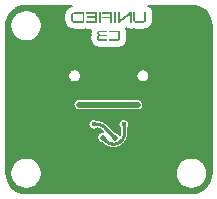
<source format=gbl>
G04 #@! TF.GenerationSoftware,KiCad,Pcbnew,(5.1.8)-1*
G04 #@! TF.CreationDate,2021-02-07T19:28:47+03:00*
G04 #@! TF.ProjectId,Unified-Daughterboard,556e6966-6965-4642-9d44-617567687465,C3*
G04 #@! TF.SameCoordinates,Original*
G04 #@! TF.FileFunction,Copper,L2,Bot*
G04 #@! TF.FilePolarity,Positive*
%FSLAX46Y46*%
G04 Gerber Fmt 4.6, Leading zero omitted, Abs format (unit mm)*
G04 Created by KiCad (PCBNEW (5.1.8)-1) date 2021-02-07 19:28:47*
%MOMM*%
%LPD*%
G01*
G04 APERTURE LIST*
G04 #@! TA.AperFunction,SMDPad,CuDef*
%ADD10C,0.100000*%
G04 #@! TD*
G04 #@! TA.AperFunction,ComponentPad*
%ADD11O,1.100000X2.200000*%
G04 #@! TD*
G04 #@! TA.AperFunction,ComponentPad*
%ADD12O,1.300000X1.900000*%
G04 #@! TD*
G04 #@! TA.AperFunction,ComponentPad*
%ADD13C,3.500001*%
G04 #@! TD*
G04 #@! TA.AperFunction,ViaPad*
%ADD14C,0.450000*%
G04 #@! TD*
G04 #@! TA.AperFunction,ViaPad*
%ADD15C,0.508000*%
G04 #@! TD*
G04 #@! TA.AperFunction,Conductor*
%ADD16C,0.254000*%
G04 #@! TD*
G04 #@! TA.AperFunction,Conductor*
%ADD17C,0.508000*%
G04 #@! TD*
G04 #@! TA.AperFunction,Conductor*
%ADD18C,0.152400*%
G04 #@! TD*
G04 #@! TA.AperFunction,Conductor*
%ADD19C,0.100000*%
G04 #@! TD*
G04 APERTURE END LIST*
G04 #@! TA.AperFunction,SMDPad,CuDef*
D10*
G36*
X77569454Y-58284006D02*
G01*
X77542450Y-58283987D01*
X77515944Y-58283959D01*
X77490113Y-58283920D01*
X77465131Y-58283872D01*
X77441174Y-58283814D01*
X77418419Y-58283747D01*
X77397040Y-58283669D01*
X77377214Y-58283582D01*
X77359117Y-58283485D01*
X77342923Y-58283378D01*
X77328809Y-58283261D01*
X77316951Y-58283134D01*
X77307523Y-58282998D01*
X77300703Y-58282851D01*
X77296665Y-58282694D01*
X77293252Y-58282474D01*
X77272195Y-58280737D01*
X77253494Y-58278433D01*
X77236654Y-58275443D01*
X77221180Y-58271648D01*
X77206576Y-58266930D01*
X77192345Y-58261169D01*
X77177994Y-58254247D01*
X77176618Y-58253527D01*
X77158781Y-58242490D01*
X77143097Y-58229438D01*
X77129620Y-58214443D01*
X77118407Y-58197575D01*
X77109513Y-58178905D01*
X77102995Y-58158505D01*
X77102236Y-58155510D01*
X77101273Y-58151773D01*
X77100382Y-58148305D01*
X77099562Y-58144986D01*
X77098808Y-58141698D01*
X77098118Y-58138320D01*
X77097489Y-58134732D01*
X77096918Y-58130816D01*
X77096402Y-58126452D01*
X77095938Y-58121521D01*
X77095522Y-58115902D01*
X77095152Y-58109476D01*
X77094825Y-58102124D01*
X77094538Y-58093726D01*
X77094288Y-58084163D01*
X77094071Y-58073315D01*
X77093885Y-58061063D01*
X77093726Y-58047287D01*
X77093592Y-58031867D01*
X77093480Y-58014684D01*
X77093387Y-57995619D01*
X77093308Y-57974552D01*
X77093243Y-57951363D01*
X77093187Y-57925933D01*
X77093138Y-57898142D01*
X77093092Y-57867871D01*
X77093046Y-57835001D01*
X77092998Y-57799411D01*
X77092944Y-57760983D01*
X77092447Y-57415971D01*
X77258207Y-57415971D01*
X77258207Y-57752906D01*
X77258208Y-57785888D01*
X77258213Y-57821018D01*
X77258222Y-57853401D01*
X77258237Y-57883151D01*
X77258257Y-57910381D01*
X77258284Y-57935203D01*
X77258318Y-57957732D01*
X77258361Y-57978080D01*
X77258412Y-57996361D01*
X77258473Y-58012687D01*
X77258544Y-58027172D01*
X77258626Y-58039928D01*
X77258720Y-58051069D01*
X77258827Y-58060709D01*
X77258947Y-58068960D01*
X77259081Y-58075935D01*
X77259230Y-58081748D01*
X77259394Y-58086511D01*
X77259574Y-58090338D01*
X77259772Y-58093342D01*
X77259987Y-58095636D01*
X77260221Y-58097334D01*
X77260474Y-58098547D01*
X77260807Y-58099782D01*
X77265722Y-58112623D01*
X77272875Y-58123717D01*
X77282311Y-58133093D01*
X77294074Y-58140781D01*
X77308211Y-58146811D01*
X77324766Y-58151215D01*
X77343785Y-58154021D01*
X77345129Y-58154117D01*
X77349936Y-58154299D01*
X77357424Y-58154468D01*
X77367411Y-58154626D01*
X77379716Y-58154772D01*
X77394157Y-58154906D01*
X77410551Y-58155028D01*
X77428718Y-58155138D01*
X77448474Y-58155236D01*
X77469638Y-58155322D01*
X77492029Y-58155397D01*
X77515463Y-58155459D01*
X77539760Y-58155509D01*
X77564737Y-58155548D01*
X77590212Y-58155574D01*
X77616004Y-58155589D01*
X77641930Y-58155592D01*
X77667809Y-58155583D01*
X77693459Y-58155562D01*
X77718697Y-58155529D01*
X77743342Y-58155484D01*
X77767212Y-58155427D01*
X77790125Y-58155358D01*
X77811899Y-58155278D01*
X77832351Y-58155185D01*
X77851301Y-58155081D01*
X77868567Y-58154964D01*
X77883965Y-58154836D01*
X77897315Y-58154696D01*
X77908435Y-58154544D01*
X77917141Y-58154380D01*
X77923254Y-58154204D01*
X77926590Y-58154016D01*
X77943088Y-58151646D01*
X77959991Y-58147411D01*
X77974451Y-58141571D01*
X77986503Y-58134107D01*
X77996183Y-58125001D01*
X78003523Y-58114237D01*
X78003634Y-58114030D01*
X78004607Y-58112277D01*
X78005506Y-58110699D01*
X78006334Y-58109178D01*
X78007095Y-58107598D01*
X78007791Y-58105845D01*
X78008425Y-58103801D01*
X78009000Y-58101351D01*
X78009519Y-58098379D01*
X78009985Y-58094769D01*
X78010400Y-58090405D01*
X78010768Y-58085170D01*
X78011092Y-58078949D01*
X78011373Y-58071626D01*
X78011616Y-58063085D01*
X78011823Y-58053209D01*
X78011997Y-58041883D01*
X78012140Y-58028991D01*
X78012256Y-58014417D01*
X78012348Y-57998044D01*
X78012418Y-57979757D01*
X78012470Y-57959440D01*
X78012505Y-57936977D01*
X78012528Y-57912251D01*
X78012541Y-57885147D01*
X78012547Y-57855549D01*
X78012548Y-57823341D01*
X78012548Y-57788406D01*
X78012549Y-57750629D01*
X78012575Y-57415971D01*
X78176760Y-57415971D01*
X78176733Y-57755066D01*
X78176733Y-57763105D01*
X78176727Y-57800525D01*
X78176717Y-57835124D01*
X78176702Y-57867016D01*
X78176681Y-57896313D01*
X78176653Y-57923130D01*
X78176619Y-57947580D01*
X78176576Y-57969778D01*
X78176525Y-57989835D01*
X78176465Y-58007867D01*
X78176394Y-58023987D01*
X78176313Y-58038309D01*
X78176220Y-58050945D01*
X78176115Y-58062011D01*
X78175998Y-58071618D01*
X78175866Y-58079882D01*
X78175720Y-58086916D01*
X78175560Y-58092833D01*
X78175383Y-58097748D01*
X78175190Y-58101773D01*
X78174980Y-58105022D01*
X78174752Y-58107609D01*
X78174505Y-58109648D01*
X78173403Y-58116724D01*
X78168171Y-58140281D01*
X78160791Y-58161867D01*
X78151221Y-58181574D01*
X78139416Y-58199497D01*
X78125334Y-58215730D01*
X78119370Y-58221474D01*
X78106485Y-58232081D01*
X78091917Y-58241761D01*
X78075027Y-58250958D01*
X78068175Y-58254254D01*
X78046403Y-58263200D01*
X78023287Y-58270434D01*
X77998513Y-58276031D01*
X77971766Y-58280065D01*
X77942734Y-58282612D01*
X77940426Y-58282714D01*
X77934499Y-58282866D01*
X77925908Y-58283008D01*
X77914828Y-58283141D01*
X77901435Y-58283265D01*
X77885904Y-58283380D01*
X77868412Y-58283485D01*
X77849134Y-58283581D01*
X77828245Y-58283667D01*
X77805922Y-58283744D01*
X77782340Y-58283811D01*
X77757676Y-58283869D01*
X77732103Y-58283917D01*
X77705799Y-58283956D01*
X77678939Y-58283985D01*
X77651699Y-58284005D01*
X77624254Y-58284015D01*
X77596781Y-58284015D01*
X77569454Y-58284006D01*
G37*
G04 #@! TD.AperFunction*
G04 #@! TA.AperFunction,SMDPad,CuDef*
G36*
X76793753Y-57946986D02*
G01*
X76793752Y-57929825D01*
X76793744Y-57898871D01*
X76793730Y-57868777D01*
X76793708Y-57839675D01*
X76793680Y-57811694D01*
X76793646Y-57784966D01*
X76793607Y-57759624D01*
X76793562Y-57735796D01*
X76793512Y-57713616D01*
X76793457Y-57693214D01*
X76793398Y-57674721D01*
X76793334Y-57658268D01*
X76793267Y-57643986D01*
X76793197Y-57632007D01*
X76793124Y-57622462D01*
X76793048Y-57615481D01*
X76792969Y-57611197D01*
X76792889Y-57609739D01*
X76792112Y-57610253D01*
X76789083Y-57612395D01*
X76783890Y-57616119D01*
X76776658Y-57621333D01*
X76767515Y-57627945D01*
X76756586Y-57635864D01*
X76743998Y-57644998D01*
X76729878Y-57655254D01*
X76714351Y-57666541D01*
X76697546Y-57678767D01*
X76679587Y-57691840D01*
X76660601Y-57705668D01*
X76640716Y-57720160D01*
X76620057Y-57735223D01*
X76598750Y-57750765D01*
X76578115Y-57765822D01*
X76554894Y-57782766D01*
X76529753Y-57801110D01*
X76502931Y-57820681D01*
X76474666Y-57841305D01*
X76445196Y-57862808D01*
X76414758Y-57885017D01*
X76383591Y-57907758D01*
X76351933Y-57930857D01*
X76320020Y-57954142D01*
X76288093Y-57977438D01*
X76256387Y-58000572D01*
X76225142Y-58023369D01*
X76194595Y-58045658D01*
X76164984Y-58067263D01*
X76136547Y-58088012D01*
X75867618Y-58284233D01*
X75787930Y-58284233D01*
X75787930Y-57415971D01*
X75931401Y-57415971D01*
X75931774Y-57737717D01*
X75932147Y-58059464D01*
X76363320Y-57737759D01*
X76794493Y-57416053D01*
X76937231Y-57415971D01*
X76937231Y-58284233D01*
X76793753Y-58284233D01*
X76793753Y-57946986D01*
G37*
G04 #@! TD.AperFunction*
G04 #@! TA.AperFunction,SMDPad,CuDef*
G36*
X75458079Y-57415971D02*
G01*
X75622265Y-57415971D01*
X75622265Y-57849116D01*
X75622262Y-57880411D01*
X75622253Y-57915353D01*
X75622238Y-57949426D01*
X75622217Y-57982515D01*
X75622190Y-58014502D01*
X75622157Y-58045272D01*
X75622120Y-58074709D01*
X75622077Y-58102696D01*
X75622030Y-58129118D01*
X75621978Y-58153859D01*
X75621923Y-58176802D01*
X75621863Y-58197831D01*
X75621800Y-58216831D01*
X75621733Y-58233685D01*
X75621664Y-58248277D01*
X75621591Y-58260491D01*
X75621516Y-58270211D01*
X75621439Y-58277321D01*
X75621360Y-58281705D01*
X75621279Y-58283247D01*
X75620657Y-58283357D01*
X75617410Y-58283536D01*
X75611638Y-58283701D01*
X75603612Y-58283850D01*
X75593603Y-58283979D01*
X75581885Y-58284085D01*
X75568728Y-58284165D01*
X75554404Y-58284215D01*
X75539186Y-58284233D01*
X75458079Y-58284233D01*
X75458079Y-57415971D01*
G37*
G04 #@! TD.AperFunction*
G04 #@! TA.AperFunction,SMDPad,CuDef*
G36*
X75209212Y-58283876D02*
G01*
X75127488Y-58283493D01*
X75127113Y-58104886D01*
X75126737Y-57926278D01*
X74447818Y-57926278D01*
X74447818Y-57797592D01*
X75126749Y-57797592D01*
X75126749Y-57544657D01*
X74399006Y-57544657D01*
X74399006Y-57415971D01*
X75290935Y-57415971D01*
X75290935Y-58284258D01*
X75209212Y-58283876D01*
G37*
G04 #@! TD.AperFunction*
G04 #@! TA.AperFunction,SMDPad,CuDef*
G36*
X74140154Y-57415971D02*
G01*
X74304340Y-57415971D01*
X74304340Y-58284233D01*
X74140154Y-58284233D01*
X74140154Y-57415971D01*
G37*
G04 #@! TD.AperFunction*
G04 #@! TA.AperFunction,SMDPad,CuDef*
G36*
X73081081Y-58155552D02*
G01*
X73445323Y-58155180D01*
X73809564Y-58154807D01*
X73809942Y-58022053D01*
X73810319Y-57889299D01*
X73118060Y-57889299D01*
X73118060Y-57760613D01*
X73810303Y-57760613D01*
X73810303Y-57544657D01*
X73081081Y-57544657D01*
X73081081Y-57415971D01*
X73974489Y-57415971D01*
X73974489Y-57849116D01*
X73974487Y-57880411D01*
X73974478Y-57915353D01*
X73974463Y-57949426D01*
X73974441Y-57982515D01*
X73974414Y-58014502D01*
X73974382Y-58045272D01*
X73974344Y-58074709D01*
X73974302Y-58102696D01*
X73974255Y-58129118D01*
X73974203Y-58153859D01*
X73974147Y-58176802D01*
X73974088Y-58197831D01*
X73974024Y-58216831D01*
X73973958Y-58233685D01*
X73973888Y-58248277D01*
X73973816Y-58260491D01*
X73973741Y-58270211D01*
X73973664Y-58277321D01*
X73973584Y-58281705D01*
X73973503Y-58283247D01*
X73973450Y-58283260D01*
X73971434Y-58283340D01*
X73966593Y-58283417D01*
X73959041Y-58283493D01*
X73948893Y-58283567D01*
X73936264Y-58283638D01*
X73921266Y-58283707D01*
X73904016Y-58283772D01*
X73884627Y-58283834D01*
X73863214Y-58283893D01*
X73839892Y-58283947D01*
X73814774Y-58283998D01*
X73787975Y-58284045D01*
X73759609Y-58284087D01*
X73729792Y-58284124D01*
X73698636Y-58284156D01*
X73666258Y-58284183D01*
X73632770Y-58284204D01*
X73598289Y-58284220D01*
X73562927Y-58284230D01*
X73526799Y-58284233D01*
X73081081Y-58284233D01*
X73081081Y-58155552D01*
G37*
G04 #@! TD.AperFunction*
G04 #@! TA.AperFunction,SMDPad,CuDef*
G36*
X72538602Y-58284212D02*
G01*
X72523106Y-58284211D01*
X72481688Y-58284199D01*
X72441991Y-58284176D01*
X72404091Y-58284143D01*
X72368067Y-58284099D01*
X72333995Y-58284046D01*
X72301952Y-58283982D01*
X72272017Y-58283909D01*
X72244266Y-58283827D01*
X72218777Y-58283735D01*
X72195628Y-58283635D01*
X72174895Y-58283527D01*
X72156656Y-58283410D01*
X72140989Y-58283285D01*
X72127970Y-58283153D01*
X72117678Y-58283013D01*
X72110189Y-58282866D01*
X72105581Y-58282712D01*
X72087200Y-58281620D01*
X72060446Y-58279291D01*
X72035962Y-58276161D01*
X72013378Y-58272172D01*
X71992325Y-58267264D01*
X71972434Y-58261378D01*
X71952546Y-58254129D01*
X71930182Y-58243905D01*
X71910238Y-58232199D01*
X71892634Y-58218908D01*
X71877290Y-58203926D01*
X71864126Y-58187150D01*
X71853064Y-58168476D01*
X71844022Y-58147800D01*
X71836923Y-58125016D01*
X71831686Y-58100023D01*
X71828232Y-58072714D01*
X71828192Y-58072253D01*
X71827939Y-58068022D01*
X71827716Y-58061829D01*
X71827523Y-58053591D01*
X71827359Y-58043226D01*
X71827225Y-58030650D01*
X71827119Y-58015780D01*
X71827042Y-57998533D01*
X71826992Y-57978826D01*
X71826971Y-57956576D01*
X71826976Y-57931701D01*
X71827008Y-57904116D01*
X71827067Y-57873739D01*
X71827151Y-57840487D01*
X71827182Y-57829715D01*
X71827267Y-57801007D01*
X71827351Y-57775055D01*
X71827436Y-57751710D01*
X71827524Y-57730822D01*
X71827618Y-57712242D01*
X71827718Y-57695820D01*
X71827828Y-57681407D01*
X71827948Y-57668854D01*
X71828082Y-57658010D01*
X71828230Y-57648727D01*
X71828396Y-57640855D01*
X71828581Y-57634244D01*
X71828787Y-57628745D01*
X71829016Y-57624209D01*
X71829270Y-57620485D01*
X71829551Y-57617425D01*
X71829862Y-57614879D01*
X71830203Y-57612698D01*
X71831330Y-57606444D01*
X71836112Y-57583784D01*
X71841624Y-57563626D01*
X71848009Y-57545648D01*
X71855410Y-57529525D01*
X71863970Y-57514937D01*
X71873832Y-57501560D01*
X71885141Y-57489073D01*
X71895036Y-57479850D01*
X71911836Y-57466949D01*
X71930640Y-57455572D01*
X71951542Y-57445686D01*
X71974634Y-57437259D01*
X72000012Y-57430259D01*
X72027768Y-57424652D01*
X72057995Y-57420406D01*
X72090789Y-57417489D01*
X72092120Y-57417420D01*
X72097253Y-57417269D01*
X72105254Y-57417124D01*
X72116064Y-57416988D01*
X72129619Y-57416859D01*
X72145857Y-57416738D01*
X72164717Y-57416626D01*
X72186137Y-57416522D01*
X72210055Y-57416427D01*
X72236408Y-57416340D01*
X72265136Y-57416263D01*
X72296176Y-57416195D01*
X72329467Y-57416136D01*
X72364946Y-57416087D01*
X72402552Y-57416048D01*
X72442222Y-57416020D01*
X72483895Y-57416001D01*
X72527509Y-57415993D01*
X72942041Y-57415971D01*
X72942041Y-57544595D01*
X72777855Y-57544595D01*
X72438760Y-57545035D01*
X72419410Y-57545060D01*
X72382668Y-57545104D01*
X72348707Y-57545146D01*
X72317409Y-57545186D01*
X72288657Y-57545230D01*
X72262333Y-57545279D01*
X72238317Y-57545337D01*
X72216493Y-57545407D01*
X72196742Y-57545492D01*
X72178946Y-57545595D01*
X72162988Y-57545720D01*
X72148748Y-57545870D01*
X72136109Y-57546047D01*
X72124953Y-57546255D01*
X72115162Y-57546496D01*
X72106618Y-57546775D01*
X72099203Y-57547094D01*
X72092798Y-57547457D01*
X72087286Y-57547865D01*
X72082549Y-57548324D01*
X72078468Y-57548835D01*
X72074925Y-57549401D01*
X72071803Y-57550027D01*
X72068984Y-57550715D01*
X72066349Y-57551468D01*
X72063780Y-57552289D01*
X72061159Y-57553182D01*
X72058368Y-57554149D01*
X72055290Y-57555194D01*
X72050789Y-57556743D01*
X72041515Y-57560469D01*
X72033820Y-57564594D01*
X72026747Y-57569682D01*
X72019335Y-57576295D01*
X72014044Y-57581941D01*
X72005970Y-57593656D01*
X71999637Y-57607553D01*
X71994964Y-57623791D01*
X71991686Y-57638583D01*
X71991686Y-58064579D01*
X71994956Y-58079296D01*
X71998261Y-58091617D01*
X72002977Y-58103370D01*
X72009043Y-58113443D01*
X72016777Y-58122459D01*
X72023131Y-58128175D01*
X72033196Y-58135087D01*
X72044898Y-58140851D01*
X72058481Y-58145547D01*
X72074192Y-58149255D01*
X72092276Y-58152057D01*
X72112976Y-58154032D01*
X72113914Y-58154088D01*
X72118827Y-58154263D01*
X72126605Y-58154428D01*
X72137176Y-58154582D01*
X72150467Y-58154726D01*
X72166408Y-58154860D01*
X72184926Y-58154982D01*
X72205951Y-58155093D01*
X72229409Y-58155192D01*
X72255231Y-58155280D01*
X72283344Y-58155355D01*
X72313677Y-58155417D01*
X72346157Y-58155466D01*
X72380714Y-58155502D01*
X72417275Y-58155525D01*
X72455770Y-58155534D01*
X72777855Y-58155547D01*
X72777855Y-57544595D01*
X72942041Y-57544595D01*
X72942041Y-58284233D01*
X72538602Y-58284212D01*
G37*
G04 #@! TD.AperFunction*
G04 #@! TA.AperFunction,SMDPad,CuDef*
G36*
X74549411Y-59824026D02*
G01*
X74512386Y-59824008D01*
X74477537Y-59823974D01*
X74444925Y-59823927D01*
X74414609Y-59823865D01*
X74386651Y-59823788D01*
X74361110Y-59823699D01*
X74338047Y-59823596D01*
X74317521Y-59823479D01*
X74299592Y-59823350D01*
X74284321Y-59823209D01*
X74271768Y-59823055D01*
X74261993Y-59822889D01*
X74255056Y-59822711D01*
X74251017Y-59822522D01*
X74245363Y-59822068D01*
X74217429Y-59819006D01*
X74192040Y-59814759D01*
X74169044Y-59809297D01*
X74148290Y-59802591D01*
X74147684Y-59802364D01*
X74124399Y-59792428D01*
X74103690Y-59781054D01*
X74085536Y-59768223D01*
X74069921Y-59753920D01*
X74056825Y-59738126D01*
X74046229Y-59720825D01*
X74038115Y-59702000D01*
X74036315Y-59696852D01*
X74034402Y-59691211D01*
X74032780Y-59686013D01*
X74031422Y-59680975D01*
X74030302Y-59675813D01*
X74029394Y-59670243D01*
X74028673Y-59663983D01*
X74028112Y-59656749D01*
X74027685Y-59648257D01*
X74027366Y-59638225D01*
X74027130Y-59626368D01*
X74026950Y-59612402D01*
X74026801Y-59596046D01*
X74026655Y-59577015D01*
X74026599Y-59569124D01*
X74026489Y-59549114D01*
X74026455Y-59531718D01*
X74026510Y-59516684D01*
X74026666Y-59503757D01*
X74026935Y-59492686D01*
X74027330Y-59483217D01*
X74027862Y-59475097D01*
X74028544Y-59468075D01*
X74029389Y-59461896D01*
X74030408Y-59456308D01*
X74031614Y-59451058D01*
X74033019Y-59445893D01*
X74034452Y-59441184D01*
X74038987Y-59429144D01*
X74044555Y-59418650D01*
X74051705Y-59408772D01*
X74060987Y-59398579D01*
X74073842Y-59386859D01*
X74090632Y-59374655D01*
X74108486Y-59364706D01*
X74126842Y-59357361D01*
X74130350Y-59356203D01*
X74134239Y-59354834D01*
X74136267Y-59354003D01*
X74136338Y-59353934D01*
X74135310Y-59353066D01*
X74132130Y-59351668D01*
X74127393Y-59350007D01*
X74115190Y-59345348D01*
X74099079Y-59336597D01*
X74084540Y-59325506D01*
X74071713Y-59312250D01*
X74060741Y-59297007D01*
X74051765Y-59279953D01*
X74044925Y-59261265D01*
X74040364Y-59241121D01*
X74040361Y-59241102D01*
X74039639Y-59234849D01*
X74039047Y-59226132D01*
X74038583Y-59215439D01*
X74038248Y-59203262D01*
X74038044Y-59190088D01*
X74037969Y-59176407D01*
X74038024Y-59162708D01*
X74038210Y-59149481D01*
X74038528Y-59137216D01*
X74038976Y-59126400D01*
X74039557Y-59117525D01*
X74040269Y-59111079D01*
X74040407Y-59110197D01*
X74045140Y-59087955D01*
X74052025Y-59067716D01*
X74061088Y-59049424D01*
X74072358Y-59033024D01*
X74085861Y-59018463D01*
X74086985Y-59017422D01*
X74102833Y-59004532D01*
X74120569Y-58993243D01*
X74140298Y-58983521D01*
X74162126Y-58975331D01*
X74186158Y-58968640D01*
X74212501Y-58963411D01*
X74241260Y-58959610D01*
X74272540Y-58957203D01*
X74275571Y-58957073D01*
X74283053Y-58956870D01*
X74293452Y-58956687D01*
X74306741Y-58956525D01*
X74322893Y-58956384D01*
X74341883Y-58956264D01*
X74363683Y-58956165D01*
X74388268Y-58956088D01*
X74415611Y-58956031D01*
X74445686Y-58955997D01*
X74478466Y-58955983D01*
X74513925Y-58955992D01*
X74552037Y-58956022D01*
X74592775Y-58956073D01*
X74883428Y-58956507D01*
X74883814Y-59020440D01*
X74884199Y-59084373D01*
X74578369Y-59084825D01*
X74571714Y-59084834D01*
X74536706Y-59084888D01*
X74504511Y-59084940D01*
X74475005Y-59084992D01*
X74448064Y-59085046D01*
X74423566Y-59085102D01*
X74401386Y-59085162D01*
X74381401Y-59085227D01*
X74363488Y-59085297D01*
X74347523Y-59085375D01*
X74333383Y-59085462D01*
X74320944Y-59085558D01*
X74310084Y-59085665D01*
X74300678Y-59085784D01*
X74292602Y-59085917D01*
X74285735Y-59086063D01*
X74279951Y-59086226D01*
X74275128Y-59086405D01*
X74271142Y-59086602D01*
X74267870Y-59086818D01*
X74265188Y-59087055D01*
X74262973Y-59087313D01*
X74261102Y-59087594D01*
X74259450Y-59087899D01*
X74246868Y-59090876D01*
X74235921Y-59094649D01*
X74226965Y-59099307D01*
X74219514Y-59105104D01*
X74213083Y-59112296D01*
X74212068Y-59113643D01*
X74209790Y-59116903D01*
X74207934Y-59120156D01*
X74206453Y-59123733D01*
X74205299Y-59127962D01*
X74204426Y-59133174D01*
X74203787Y-59139696D01*
X74203335Y-59147860D01*
X74203022Y-59157993D01*
X74202802Y-59170427D01*
X74202627Y-59185489D01*
X74202607Y-59187527D01*
X74202485Y-59202408D01*
X74202465Y-59214717D01*
X74202579Y-59224798D01*
X74202858Y-59232994D01*
X74203336Y-59239648D01*
X74204045Y-59245104D01*
X74205017Y-59249706D01*
X74206286Y-59253796D01*
X74207882Y-59257718D01*
X74209839Y-59261815D01*
X74213871Y-59268570D01*
X74220200Y-59275652D01*
X74228323Y-59281480D01*
X74238615Y-59286314D01*
X74251451Y-59290411D01*
X74263664Y-59293683D01*
X74846450Y-59295233D01*
X74847220Y-59423087D01*
X74561359Y-59423598D01*
X74533295Y-59423647D01*
X74500914Y-59423702D01*
X74471258Y-59423755D01*
X74444196Y-59423808D01*
X74419599Y-59423865D01*
X74397337Y-59423930D01*
X74377280Y-59424005D01*
X74359298Y-59424095D01*
X74343262Y-59424203D01*
X74329043Y-59424332D01*
X74316509Y-59424485D01*
X74305532Y-59424668D01*
X74295981Y-59424882D01*
X74287727Y-59425131D01*
X74280641Y-59425419D01*
X74274591Y-59425749D01*
X74269450Y-59426125D01*
X74265086Y-59426549D01*
X74261370Y-59427027D01*
X74258172Y-59427561D01*
X74255363Y-59428154D01*
X74252813Y-59428810D01*
X74250391Y-59429533D01*
X74247969Y-59430326D01*
X74245416Y-59431192D01*
X74242603Y-59432135D01*
X74240476Y-59432851D01*
X74226353Y-59438622D01*
X74214878Y-59445389D01*
X74205867Y-59453349D01*
X74199138Y-59462695D01*
X74194507Y-59473624D01*
X74191791Y-59486330D01*
X74191709Y-59486997D01*
X74191274Y-59492773D01*
X74190954Y-59501397D01*
X74190749Y-59512775D01*
X74190662Y-59526815D01*
X74190693Y-59543423D01*
X74190844Y-59562506D01*
X74190960Y-59573211D01*
X74191155Y-59588241D01*
X74191390Y-59600811D01*
X74191699Y-59611230D01*
X74192116Y-59619806D01*
X74192674Y-59626847D01*
X74193407Y-59632660D01*
X74194349Y-59637554D01*
X74195534Y-59641836D01*
X74196995Y-59645814D01*
X74198767Y-59649797D01*
X74200882Y-59654092D01*
X74201370Y-59655037D01*
X74207650Y-59664468D01*
X74215935Y-59672593D01*
X74226441Y-59679555D01*
X74239384Y-59685501D01*
X74254980Y-59690576D01*
X74269580Y-59694604D01*
X74576504Y-59695344D01*
X74883428Y-59696083D01*
X74883814Y-59760057D01*
X74884199Y-59824030D01*
X74577555Y-59824030D01*
X74549411Y-59824026D01*
G37*
G04 #@! TD.AperFunction*
G04 #@! TA.AperFunction,SMDPad,CuDef*
G36*
X75008417Y-59695396D02*
G01*
X75739857Y-59694604D01*
X75754285Y-59690620D01*
X75761811Y-59688330D01*
X75776534Y-59682283D01*
X75788677Y-59674855D01*
X75798279Y-59666019D01*
X75805378Y-59655749D01*
X75806346Y-59653975D01*
X75807435Y-59652029D01*
X75808423Y-59650196D01*
X75809315Y-59648338D01*
X75810117Y-59646315D01*
X75810833Y-59643986D01*
X75811468Y-59641212D01*
X75812026Y-59637854D01*
X75812513Y-59633772D01*
X75812934Y-59628826D01*
X75813293Y-59622877D01*
X75813595Y-59615785D01*
X75813845Y-59607410D01*
X75814047Y-59597613D01*
X75814207Y-59586254D01*
X75814330Y-59573194D01*
X75814419Y-59558292D01*
X75814481Y-59541409D01*
X75814519Y-59522407D01*
X75814540Y-59501143D01*
X75814546Y-59477481D01*
X75814544Y-59451279D01*
X75814538Y-59422397D01*
X75814533Y-59390698D01*
X75814532Y-59374989D01*
X75814530Y-59344547D01*
X75814527Y-59316858D01*
X75814517Y-59291783D01*
X75814496Y-59269184D01*
X75814459Y-59248921D01*
X75814403Y-59230857D01*
X75814323Y-59214852D01*
X75814214Y-59200769D01*
X75814073Y-59188468D01*
X75813894Y-59177811D01*
X75813675Y-59168658D01*
X75813409Y-59160873D01*
X75813093Y-59154315D01*
X75812723Y-59148847D01*
X75812294Y-59144329D01*
X75811802Y-59140623D01*
X75811243Y-59137591D01*
X75810611Y-59135093D01*
X75809903Y-59132991D01*
X75809115Y-59131147D01*
X75808242Y-59129422D01*
X75807280Y-59127677D01*
X75806224Y-59125774D01*
X75800497Y-59117358D01*
X75791478Y-59108336D01*
X75780407Y-59100534D01*
X75767733Y-59094262D01*
X75753909Y-59089831D01*
X75753201Y-59089662D01*
X75750739Y-59089106D01*
X75748184Y-59088591D01*
X75745421Y-59088115D01*
X75742337Y-59087677D01*
X75738817Y-59087275D01*
X75734745Y-59086908D01*
X75730007Y-59086575D01*
X75724489Y-59086273D01*
X75718076Y-59086001D01*
X75710653Y-59085757D01*
X75702106Y-59085541D01*
X75692320Y-59085349D01*
X75681180Y-59085182D01*
X75668573Y-59085036D01*
X75654382Y-59084912D01*
X75638494Y-59084806D01*
X75620794Y-59084718D01*
X75601167Y-59084646D01*
X75579499Y-59084588D01*
X75555675Y-59084543D01*
X75529581Y-59084509D01*
X75501101Y-59084485D01*
X75470121Y-59084469D01*
X75436527Y-59084460D01*
X75400204Y-59084455D01*
X75361038Y-59084454D01*
X75008417Y-59084454D01*
X75008417Y-58955674D01*
X75378574Y-58956212D01*
X75414863Y-58956268D01*
X75454608Y-58956337D01*
X75491539Y-58956409D01*
X75525733Y-58956486D01*
X75557267Y-58956569D01*
X75586218Y-58956656D01*
X75612664Y-58956750D01*
X75636682Y-58956851D01*
X75658350Y-58956958D01*
X75677745Y-58957072D01*
X75694944Y-58957195D01*
X75710025Y-58957325D01*
X75723066Y-58957465D01*
X75734142Y-58957614D01*
X75743333Y-58957772D01*
X75750716Y-58957941D01*
X75756366Y-58958120D01*
X75760364Y-58958310D01*
X75762784Y-58958512D01*
X75773468Y-58959947D01*
X75801979Y-58964850D01*
X75827982Y-58971034D01*
X75851621Y-58978556D01*
X75873041Y-58987473D01*
X75892386Y-58997843D01*
X75909800Y-59009722D01*
X75925426Y-59023168D01*
X75933204Y-59031102D01*
X75944844Y-59045180D01*
X75954576Y-59060274D01*
X75962636Y-59076828D01*
X75969262Y-59095289D01*
X75974689Y-59116102D01*
X75978001Y-59131047D01*
X75978001Y-59409139D01*
X75977998Y-59440031D01*
X75977991Y-59468179D01*
X75977978Y-59493719D01*
X75977959Y-59516786D01*
X75977932Y-59537516D01*
X75977896Y-59556044D01*
X75977848Y-59572506D01*
X75977789Y-59587038D01*
X75977716Y-59599776D01*
X75977629Y-59610854D01*
X75977525Y-59620410D01*
X75977404Y-59628577D01*
X75977264Y-59635492D01*
X75977104Y-59641291D01*
X75976922Y-59646108D01*
X75976718Y-59650081D01*
X75976489Y-59653343D01*
X75976235Y-59656032D01*
X75975954Y-59658282D01*
X75975644Y-59660229D01*
X75975305Y-59662009D01*
X75973902Y-59668470D01*
X75967139Y-59691934D01*
X75958149Y-59713459D01*
X75946927Y-59733062D01*
X75946323Y-59733961D01*
X75939547Y-59742809D01*
X75931038Y-59752284D01*
X75921554Y-59761632D01*
X75911853Y-59770104D01*
X75902691Y-59776948D01*
X75883397Y-59788489D01*
X75860818Y-59799062D01*
X75836231Y-59807774D01*
X75809540Y-59814651D01*
X75780652Y-59819723D01*
X75749472Y-59823017D01*
X75749202Y-59823029D01*
X75746367Y-59823074D01*
X75740737Y-59823121D01*
X75732441Y-59823168D01*
X75721608Y-59823216D01*
X75708366Y-59823263D01*
X75692844Y-59823311D01*
X75675172Y-59823358D01*
X75655476Y-59823404D01*
X75633887Y-59823449D01*
X75610534Y-59823493D01*
X75585544Y-59823536D01*
X75559046Y-59823577D01*
X75531170Y-59823616D01*
X75502044Y-59823653D01*
X75471797Y-59823687D01*
X75440558Y-59823718D01*
X75408454Y-59823747D01*
X75375616Y-59823772D01*
X75008417Y-59824030D01*
X75008417Y-59695396D01*
G37*
G04 #@! TD.AperFunction*
D11*
X79302500Y-63343000D03*
D12*
X79302500Y-59143000D03*
X70702500Y-59143000D03*
D11*
X70702500Y-63343000D03*
D13*
X82004500Y-58543000D03*
D14*
X75002500Y-66026400D03*
D15*
X75502500Y-68016000D03*
D14*
X73732500Y-66890000D03*
X76272500Y-66890000D03*
D15*
X74504500Y-68018000D03*
X77452500Y-65239000D03*
X72485360Y-65236700D03*
D16*
X74588632Y-67102132D02*
X75502500Y-68016000D01*
X74588632Y-67102132D02*
X74562886Y-67077619D01*
X74562886Y-67077619D02*
X74535968Y-67054399D01*
X74535968Y-67054399D02*
X74507944Y-67032529D01*
X74507944Y-67032529D02*
X74478879Y-67012059D01*
X74478879Y-67012059D02*
X74448846Y-66993041D01*
X74448846Y-66993041D02*
X74417916Y-66975519D01*
X74417916Y-66975519D02*
X74386163Y-66959536D01*
X74386163Y-66959536D02*
X74353664Y-66945130D01*
X74353664Y-66945130D02*
X74320497Y-66932336D01*
X74320497Y-66932336D02*
X74286743Y-66921185D01*
X74286743Y-66921185D02*
X74252482Y-66911704D01*
X74252482Y-66911704D02*
X74217797Y-66903915D01*
X74217797Y-66903915D02*
X74182771Y-66897838D01*
X74182771Y-66897838D02*
X74147490Y-66893486D01*
X74147490Y-66893486D02*
X74112037Y-66890871D01*
X74112037Y-66890871D02*
X74076500Y-66890000D01*
X74076500Y-66890000D02*
X73732500Y-66890000D01*
X76272500Y-67697842D02*
X76272500Y-66890000D01*
X76272500Y-67697842D02*
X76271627Y-67733379D01*
X76271627Y-67733379D02*
X76269012Y-67768832D01*
X76269012Y-67768832D02*
X76264660Y-67804113D01*
X76264660Y-67804113D02*
X76258583Y-67839138D01*
X76258583Y-67839138D02*
X76250794Y-67873823D01*
X76250794Y-67873823D02*
X76241312Y-67908084D01*
X76241312Y-67908084D02*
X76230161Y-67941839D01*
X76230161Y-67941839D02*
X76217368Y-67975005D01*
X76217368Y-67975005D02*
X76202962Y-68007504D01*
X76202962Y-68007504D02*
X76186979Y-68039257D01*
X76186979Y-68039257D02*
X76169457Y-68070188D01*
X76169457Y-68070188D02*
X76150438Y-68100221D01*
X76150438Y-68100221D02*
X76129969Y-68129285D01*
X76129969Y-68129285D02*
X76108098Y-68157310D01*
X76108098Y-68157310D02*
X76084879Y-68184228D01*
X76084879Y-68184228D02*
X76060367Y-68209974D01*
X75446341Y-68524001D02*
X75481878Y-68523127D01*
X75481878Y-68523127D02*
X75517331Y-68520512D01*
X75517331Y-68520512D02*
X75552612Y-68516161D01*
X75552612Y-68516161D02*
X75587637Y-68510083D01*
X75587637Y-68510083D02*
X75622322Y-68502294D01*
X75622322Y-68502294D02*
X75656583Y-68492813D01*
X75656583Y-68492813D02*
X75690337Y-68481662D01*
X75690337Y-68481662D02*
X75723504Y-68468868D01*
X75723504Y-68468868D02*
X75756003Y-68454462D01*
X75756003Y-68454462D02*
X75787755Y-68438479D01*
X75787755Y-68438479D02*
X75818686Y-68420957D01*
X75818686Y-68420957D02*
X75848719Y-68401939D01*
X75848719Y-68401939D02*
X75877783Y-68381470D01*
X75877783Y-68381470D02*
X75905808Y-68359599D01*
X75905808Y-68359599D02*
X75932725Y-68336379D01*
X75932725Y-68336379D02*
X75958472Y-68311868D01*
X75958472Y-68311868D02*
X76060367Y-68209974D01*
X74798368Y-68311868D02*
X74504500Y-68018000D01*
X74798368Y-68311868D02*
X74824114Y-68336379D01*
X74824114Y-68336379D02*
X74851032Y-68359599D01*
X74851032Y-68359599D02*
X74879057Y-68381469D01*
X74879057Y-68381469D02*
X74908121Y-68401938D01*
X74908121Y-68401938D02*
X74938154Y-68420957D01*
X74938154Y-68420957D02*
X74969085Y-68438479D01*
X74969085Y-68438479D02*
X75000837Y-68454462D01*
X75000837Y-68454462D02*
X75033336Y-68468868D01*
X75033336Y-68468868D02*
X75066503Y-68481661D01*
X75066503Y-68481661D02*
X75100258Y-68492812D01*
X75100258Y-68492812D02*
X75134519Y-68502294D01*
X75134519Y-68502294D02*
X75169203Y-68510082D01*
X75169203Y-68510082D02*
X75204229Y-68516160D01*
X75204229Y-68516160D02*
X75239510Y-68520511D01*
X75239510Y-68520511D02*
X75274963Y-68523127D01*
X75274963Y-68523127D02*
X75310501Y-68524001D01*
X75310501Y-68524001D02*
X75446341Y-68524001D01*
D17*
X72552500Y-65239000D02*
X77452500Y-65239000D01*
D18*
X71911530Y-56849248D02*
X71883774Y-56854855D01*
X71843922Y-56864365D01*
X71818544Y-56871365D01*
X71773391Y-56885805D01*
X71750299Y-56894232D01*
X71700554Y-56915021D01*
X71679652Y-56924907D01*
X71626761Y-56953319D01*
X71607957Y-56964696D01*
X71554304Y-57001362D01*
X71537504Y-57014263D01*
X71494783Y-57050434D01*
X71484888Y-57059657D01*
X71450034Y-57095013D01*
X71438725Y-57107500D01*
X71401331Y-57153216D01*
X71391469Y-57166593D01*
X71357670Y-57217849D01*
X71349110Y-57232437D01*
X71321906Y-57284629D01*
X71314505Y-57300752D01*
X71294834Y-57349184D01*
X71288449Y-57367162D01*
X71275384Y-57408793D01*
X71269872Y-57428951D01*
X71261736Y-57462572D01*
X71256954Y-57485232D01*
X71253608Y-57502336D01*
X71252481Y-57508590D01*
X71250222Y-57522018D01*
X71249881Y-57524199D01*
X71247166Y-57543701D01*
X71246855Y-57546247D01*
X71244984Y-57563744D01*
X71244703Y-57566804D01*
X71243604Y-57580539D01*
X71243350Y-57584263D01*
X71242736Y-57594611D01*
X71242507Y-57599147D01*
X71242171Y-57606770D01*
X71241965Y-57612269D01*
X71241784Y-57617823D01*
X71241599Y-57624434D01*
X71241499Y-57628479D01*
X71241333Y-57636351D01*
X71241278Y-57639369D01*
X71241130Y-57648652D01*
X71241100Y-57650757D01*
X71240966Y-57661601D01*
X71240948Y-57663243D01*
X71240828Y-57675796D01*
X71240818Y-57676927D01*
X71240708Y-57691340D01*
X71240702Y-57692245D01*
X71240602Y-57708667D01*
X71240599Y-57709272D01*
X71240505Y-57727852D01*
X71240502Y-57728349D01*
X71240414Y-57749237D01*
X71240413Y-57749573D01*
X71240328Y-57772918D01*
X71240327Y-57773155D01*
X71240243Y-57799107D01*
X71240243Y-57799269D01*
X71240158Y-57827977D01*
X71240157Y-57828026D01*
X71240126Y-57838798D01*
X71240126Y-57839004D01*
X71240042Y-57872256D01*
X71240041Y-57872599D01*
X71239982Y-57902976D01*
X71239981Y-57903435D01*
X71239949Y-57931020D01*
X71239949Y-57931583D01*
X71239944Y-57956458D01*
X71239944Y-57957130D01*
X71239965Y-57979380D01*
X71239967Y-57980315D01*
X71240017Y-58000022D01*
X71240021Y-58001154D01*
X71240098Y-58018401D01*
X71240107Y-58019964D01*
X71240213Y-58034834D01*
X71240231Y-58036905D01*
X71240365Y-58049481D01*
X71240405Y-58052513D01*
X71240569Y-58062878D01*
X71240657Y-58067340D01*
X71240850Y-58075578D01*
X71241069Y-58082953D01*
X71241292Y-58089146D01*
X71241959Y-58103062D01*
X71242212Y-58107293D01*
X71243362Y-58122997D01*
X71243402Y-58123458D01*
X71245845Y-58146373D01*
X71249299Y-58173682D01*
X71257137Y-58220413D01*
X71262374Y-58245406D01*
X71276471Y-58299641D01*
X71283570Y-58322425D01*
X71306177Y-58383010D01*
X71315219Y-58403686D01*
X71348001Y-58467662D01*
X71359063Y-58486336D01*
X71402307Y-58549536D01*
X71415471Y-58566312D01*
X71467183Y-58623942D01*
X71482527Y-58638924D01*
X71538921Y-58687403D01*
X71556525Y-58700694D01*
X71613090Y-58738463D01*
X71633034Y-58750169D01*
X71686111Y-58777787D01*
X71708475Y-58788011D01*
X71751517Y-58805662D01*
X71771405Y-58812911D01*
X71805865Y-58824277D01*
X71825756Y-58830163D01*
X71859048Y-58838961D01*
X71880101Y-58843869D01*
X71911272Y-58850251D01*
X71933856Y-58854240D01*
X71961523Y-58858449D01*
X71986007Y-58861579D01*
X72009536Y-58864106D01*
X72036290Y-58866435D01*
X72052387Y-58867614D01*
X72070768Y-58868706D01*
X72085973Y-58869411D01*
X72090581Y-58869565D01*
X72098669Y-58869780D01*
X72106158Y-58869927D01*
X72109694Y-58869986D01*
X72119986Y-58870126D01*
X72122018Y-58870150D01*
X72135037Y-58870282D01*
X72136306Y-58870293D01*
X72151973Y-58870418D01*
X72152890Y-58870425D01*
X72171129Y-58870542D01*
X72171837Y-58870546D01*
X72192570Y-58870654D01*
X72193092Y-58870657D01*
X72216241Y-58870757D01*
X72216658Y-58870758D01*
X72242147Y-58870850D01*
X72242531Y-58870851D01*
X72270282Y-58870933D01*
X72270585Y-58870934D01*
X72300520Y-58871007D01*
X72300780Y-58871008D01*
X72332823Y-58871072D01*
X72333082Y-58871072D01*
X72367154Y-58871125D01*
X72367350Y-58871126D01*
X72403374Y-58871170D01*
X72403580Y-58871170D01*
X72441480Y-58871203D01*
X72441651Y-58871203D01*
X72481348Y-58871226D01*
X72481518Y-58871226D01*
X72522936Y-58871238D01*
X72523068Y-58871238D01*
X72538564Y-58871239D01*
X72538571Y-58871239D01*
X72942010Y-58871260D01*
X73011555Y-58864412D01*
X73081081Y-58871260D01*
X73499350Y-58871260D01*
X73496275Y-58878658D01*
X73489390Y-58898897D01*
X73470969Y-58965774D01*
X73466236Y-58988016D01*
X73460436Y-59019453D01*
X73460298Y-59020335D01*
X73456791Y-59046630D01*
X73456079Y-59053076D01*
X73453784Y-59079177D01*
X73453203Y-59088052D01*
X73452452Y-59102106D01*
X73452004Y-59112922D01*
X73451698Y-59122001D01*
X73451380Y-59134266D01*
X73451241Y-59141227D01*
X73451055Y-59154454D01*
X73451002Y-59160351D01*
X73450947Y-59174050D01*
X73450951Y-59179625D01*
X73451026Y-59193306D01*
X73451087Y-59199177D01*
X73451291Y-59212351D01*
X73451443Y-59219406D01*
X73451778Y-59231583D01*
X73452108Y-59240888D01*
X73452572Y-59251581D01*
X73453369Y-59265907D01*
X73453961Y-59274624D01*
X73456486Y-59302182D01*
X73457208Y-59308435D01*
X73459018Y-59321681D01*
X73458282Y-59324883D01*
X73452904Y-59350997D01*
X73451885Y-59356585D01*
X73447775Y-59382358D01*
X73446930Y-59388537D01*
X73444266Y-59411328D01*
X73443584Y-59418350D01*
X73442091Y-59436719D01*
X73441559Y-59444839D01*
X73440813Y-59458750D01*
X73440418Y-59468219D01*
X73440081Y-59478427D01*
X73439812Y-59489498D01*
X73439682Y-59496673D01*
X73439526Y-59509600D01*
X73439487Y-59514536D01*
X73439432Y-59529570D01*
X73439429Y-59532865D01*
X73439463Y-59550261D01*
X73439471Y-59552341D01*
X73439581Y-59572351D01*
X73439587Y-59573290D01*
X73439643Y-59581181D01*
X73439645Y-59581518D01*
X73439791Y-59600549D01*
X73439798Y-59601393D01*
X73439947Y-59617749D01*
X73439972Y-59619967D01*
X73440152Y-59633933D01*
X73440219Y-59638050D01*
X73440455Y-59649907D01*
X73440636Y-59656882D01*
X73440955Y-59666914D01*
X73441399Y-59677737D01*
X73441826Y-59686229D01*
X73442842Y-59702137D01*
X73443403Y-59709371D01*
X73445501Y-59731150D01*
X73446222Y-59737410D01*
X73450015Y-59764691D01*
X73450923Y-59770261D01*
X73456623Y-59800284D01*
X73457743Y-59805446D01*
X73464625Y-59833756D01*
X73465983Y-59838794D01*
X73472402Y-59860875D01*
X73474024Y-59866073D01*
X73478473Y-59879740D01*
X73480386Y-59885381D01*
X73482184Y-59890604D01*
X73483984Y-59895752D01*
X73499032Y-59934357D01*
X73507146Y-59953182D01*
X73545628Y-60027418D01*
X73556224Y-60044719D01*
X73604936Y-60112822D01*
X73618032Y-60128616D01*
X73673414Y-60186798D01*
X73689029Y-60201101D01*
X73746718Y-60247601D01*
X73764872Y-60260432D01*
X73821095Y-60295584D01*
X73841804Y-60306958D01*
X73894006Y-60332354D01*
X73917291Y-60342290D01*
X73941764Y-60352089D01*
X73942370Y-60352316D01*
X73967799Y-60361182D01*
X73988553Y-60367888D01*
X74033388Y-60380435D01*
X74056384Y-60385897D01*
X74095189Y-60393741D01*
X74120578Y-60397988D01*
X74153465Y-60402538D01*
X74181399Y-60405600D01*
X74198378Y-60407212D01*
X74204032Y-60407666D01*
X74223578Y-60408907D01*
X74227617Y-60409096D01*
X74239998Y-60409545D01*
X74246935Y-60409723D01*
X74252025Y-60409831D01*
X74261800Y-60409997D01*
X74264567Y-60410038D01*
X74277120Y-60410192D01*
X74278901Y-60410211D01*
X74294172Y-60410352D01*
X74295368Y-60410362D01*
X74313297Y-60410491D01*
X74314175Y-60410496D01*
X74334701Y-60410613D01*
X74335425Y-60410617D01*
X74358488Y-60410720D01*
X74359064Y-60410722D01*
X74384605Y-60410811D01*
X74385034Y-60410813D01*
X74412992Y-60410890D01*
X74413408Y-60410891D01*
X74443724Y-60410953D01*
X74444079Y-60410953D01*
X74476691Y-60411000D01*
X74476964Y-60411001D01*
X74511813Y-60411035D01*
X74512101Y-60411035D01*
X74549126Y-60411053D01*
X74549328Y-60411053D01*
X74577472Y-60411057D01*
X74884199Y-60411057D01*
X74945342Y-60404849D01*
X75008829Y-60411057D01*
X75376028Y-60410799D01*
X75376063Y-60410799D01*
X75408901Y-60410774D01*
X75408984Y-60410774D01*
X75441088Y-60410745D01*
X75441141Y-60410745D01*
X75472380Y-60410714D01*
X75472457Y-60410714D01*
X75502704Y-60410680D01*
X75502790Y-60410680D01*
X75531916Y-60410643D01*
X75531991Y-60410642D01*
X75559867Y-60410603D01*
X75559954Y-60410603D01*
X75586452Y-60410562D01*
X75586554Y-60410562D01*
X75611544Y-60410519D01*
X75611640Y-60410519D01*
X75634993Y-60410475D01*
X75635111Y-60410475D01*
X75656700Y-60410430D01*
X75656847Y-60410429D01*
X75676543Y-60410383D01*
X75676733Y-60410383D01*
X75694405Y-60410336D01*
X75694659Y-60410335D01*
X75710181Y-60410287D01*
X75710450Y-60410286D01*
X75723692Y-60410239D01*
X75724209Y-60410237D01*
X75735042Y-60410189D01*
X75735767Y-60410186D01*
X75744063Y-60410139D01*
X75745637Y-60410128D01*
X75751267Y-60410081D01*
X75755684Y-60410027D01*
X75758519Y-60409982D01*
X75775266Y-60409477D01*
X75775536Y-60409465D01*
X75811145Y-60406795D01*
X75842325Y-60403501D01*
X75882166Y-60397906D01*
X75911054Y-60392834D01*
X75956005Y-60383113D01*
X75982696Y-60376236D01*
X76032290Y-60361093D01*
X76056877Y-60352381D01*
X76109762Y-60330689D01*
X76132341Y-60320116D01*
X76184740Y-60292268D01*
X76204034Y-60280727D01*
X76254003Y-60247246D01*
X76263165Y-60240402D01*
X76297990Y-60212257D01*
X76307691Y-60203785D01*
X76333636Y-60179710D01*
X76343120Y-60170362D01*
X76367796Y-60144513D01*
X76376305Y-60135038D01*
X76405605Y-60099727D01*
X76412381Y-60090879D01*
X76433588Y-60061334D01*
X76434192Y-60060435D01*
X76456382Y-60024706D01*
X76467604Y-60005103D01*
X76499830Y-59939694D01*
X76508820Y-59918169D01*
X76531203Y-59854514D01*
X76537966Y-59831050D01*
X76547560Y-59793039D01*
X76548963Y-59786578D01*
X76551967Y-59771834D01*
X76552306Y-59770054D01*
X76555369Y-59752532D01*
X76555679Y-59750585D01*
X76558456Y-59731030D01*
X76558737Y-59728780D01*
X76560661Y-59711236D01*
X76560915Y-59708547D01*
X76562075Y-59694452D01*
X76562304Y-59691190D01*
X76562973Y-59680183D01*
X76563177Y-59676210D01*
X76563530Y-59668272D01*
X76563712Y-59663455D01*
X76563908Y-59657481D01*
X76564068Y-59651682D01*
X76564171Y-59647374D01*
X76564311Y-59640459D01*
X76564367Y-59637273D01*
X76564488Y-59629106D01*
X76564517Y-59626798D01*
X76564621Y-59617242D01*
X76564638Y-59615464D01*
X76564725Y-59604386D01*
X76564733Y-59603140D01*
X76564806Y-59590402D01*
X76564811Y-59589421D01*
X76564870Y-59574889D01*
X76564873Y-59574218D01*
X76564921Y-59557756D01*
X76564922Y-59557185D01*
X76564958Y-59538657D01*
X76564959Y-59538281D01*
X76564986Y-59517551D01*
X76564986Y-59517270D01*
X76565005Y-59494203D01*
X76565005Y-59494018D01*
X76565018Y-59468478D01*
X76565018Y-59468325D01*
X76565025Y-59440177D01*
X76565025Y-59440088D01*
X76565028Y-59409196D01*
X76565028Y-59131047D01*
X76551123Y-59004036D01*
X76547811Y-58989091D01*
X76542723Y-58967987D01*
X76537296Y-58947174D01*
X76521778Y-58896980D01*
X76515152Y-58878519D01*
X76490427Y-58819851D01*
X76482367Y-58803297D01*
X76462613Y-58768221D01*
X76467618Y-58772328D01*
X76569107Y-58826575D01*
X76679230Y-58859980D01*
X76793753Y-58871260D01*
X76937231Y-58871260D01*
X77051754Y-58859980D01*
X77098253Y-58845875D01*
X77134030Y-58853430D01*
X77150870Y-58856420D01*
X77181714Y-58861055D01*
X77200415Y-58863359D01*
X77223935Y-58865777D01*
X77244992Y-58867514D01*
X77255491Y-58868285D01*
X77258904Y-58868505D01*
X77273858Y-58869278D01*
X77277896Y-58869435D01*
X77288053Y-58869742D01*
X77294873Y-58869889D01*
X77299056Y-58869964D01*
X77308484Y-58870100D01*
X77310664Y-58870127D01*
X77322522Y-58870254D01*
X77323943Y-58870268D01*
X77338057Y-58870385D01*
X77339044Y-58870392D01*
X77355238Y-58870499D01*
X77355971Y-58870504D01*
X77374068Y-58870601D01*
X77374638Y-58870603D01*
X77394464Y-58870690D01*
X77394898Y-58870692D01*
X77416277Y-58870770D01*
X77416691Y-58870771D01*
X77439446Y-58870838D01*
X77439753Y-58870839D01*
X77463710Y-58870897D01*
X77464003Y-58870898D01*
X77488985Y-58870946D01*
X77489227Y-58870946D01*
X77515058Y-58870985D01*
X77515324Y-58870986D01*
X77541830Y-58871014D01*
X77542037Y-58871014D01*
X77569041Y-58871033D01*
X77569261Y-58871033D01*
X77596588Y-58871042D01*
X77624468Y-58871042D01*
X77651913Y-58871032D01*
X77652130Y-58871032D01*
X77679370Y-58871012D01*
X77679573Y-58871012D01*
X77706433Y-58870983D01*
X77706669Y-58870982D01*
X77732973Y-58870943D01*
X77733205Y-58870943D01*
X77758778Y-58870895D01*
X77759056Y-58870894D01*
X77783720Y-58870836D01*
X77784008Y-58870836D01*
X77807590Y-58870769D01*
X77807947Y-58870768D01*
X77830270Y-58870691D01*
X77830662Y-58870689D01*
X77851551Y-58870603D01*
X77852057Y-58870601D01*
X77871335Y-58870505D01*
X77871936Y-58870501D01*
X77889428Y-58870396D01*
X77890251Y-58870391D01*
X77905782Y-58870276D01*
X77906870Y-58870267D01*
X77920263Y-58870143D01*
X77921874Y-58870126D01*
X77932954Y-58869993D01*
X77935610Y-58869955D01*
X77944201Y-58869813D01*
X77949549Y-58869700D01*
X77955476Y-58869548D01*
X77966344Y-58869169D01*
X77968652Y-58869067D01*
X77994037Y-58867393D01*
X78023069Y-58864846D01*
X78059312Y-58860527D01*
X78086059Y-58856493D01*
X78127875Y-58848627D01*
X78152649Y-58843030D01*
X78198609Y-58830669D01*
X78221725Y-58823435D01*
X78269509Y-58806177D01*
X78291281Y-58797231D01*
X78322641Y-58783260D01*
X78329493Y-58779964D01*
X78355756Y-58766508D01*
X78372646Y-58757311D01*
X78416797Y-58730692D01*
X78431365Y-58721012D01*
X78479575Y-58685297D01*
X78492460Y-58674690D01*
X78526589Y-58644290D01*
X78532553Y-58638546D01*
X78568763Y-58600401D01*
X78582845Y-58584168D01*
X78629658Y-58522395D01*
X78641463Y-58504472D01*
X78679277Y-58438006D01*
X78688847Y-58418299D01*
X78716252Y-58351772D01*
X78723632Y-58330186D01*
X78741234Y-58267558D01*
X78746466Y-58244001D01*
X78753438Y-58207057D01*
X78754540Y-58199981D01*
X78757272Y-58180243D01*
X78757519Y-58178204D01*
X78759512Y-58159146D01*
X78759740Y-58156559D01*
X78760785Y-58142886D01*
X78760995Y-58139637D01*
X78761543Y-58129889D01*
X78761736Y-58125864D01*
X78762030Y-58118874D01*
X78762207Y-58113959D01*
X78762373Y-58108701D01*
X78762533Y-58102784D01*
X78762621Y-58099098D01*
X78762767Y-58092064D01*
X78762818Y-58089257D01*
X78762950Y-58080993D01*
X78762981Y-58078767D01*
X78763098Y-58069160D01*
X78763116Y-58067581D01*
X78763221Y-58056515D01*
X78763231Y-58055265D01*
X78763324Y-58042629D01*
X78763331Y-58041629D01*
X78763412Y-58027307D01*
X78763415Y-58026573D01*
X78763486Y-58010453D01*
X78763489Y-58009820D01*
X78763549Y-57991788D01*
X78763550Y-57991328D01*
X78763601Y-57971271D01*
X78763602Y-57970915D01*
X78763645Y-57948717D01*
X78763645Y-57948396D01*
X78763679Y-57923946D01*
X78763680Y-57923743D01*
X78763708Y-57896926D01*
X78763708Y-57896734D01*
X78763729Y-57867437D01*
X78763729Y-57867292D01*
X78763744Y-57835400D01*
X78763744Y-57835294D01*
X78763754Y-57800695D01*
X78763754Y-57800619D01*
X78763760Y-57763199D01*
X78763760Y-57755113D01*
X78763787Y-57416018D01*
X78752507Y-57301448D01*
X78719102Y-57191325D01*
X78664855Y-57089836D01*
X78591851Y-57000880D01*
X78502895Y-56927876D01*
X78401406Y-56873629D01*
X78312302Y-56846600D01*
X81989652Y-56846600D01*
X82333717Y-56880336D01*
X82650391Y-56975945D01*
X82942466Y-57131244D01*
X83198814Y-57340317D01*
X83409674Y-57595202D01*
X83567004Y-57886178D01*
X83664825Y-58202186D01*
X83700900Y-58545416D01*
X83700901Y-71028142D01*
X83667164Y-71372219D01*
X83571554Y-71688893D01*
X83416253Y-71980969D01*
X83207183Y-72237314D01*
X82952298Y-72448174D01*
X82661318Y-72605506D01*
X82345315Y-72703325D01*
X82002084Y-72739400D01*
X68019348Y-72739400D01*
X67675281Y-72705664D01*
X67358607Y-72610054D01*
X67066531Y-72454753D01*
X66810186Y-72245683D01*
X66599326Y-71990798D01*
X66441994Y-71699818D01*
X66344175Y-71383815D01*
X66308100Y-71040584D01*
X66308100Y-70912144D01*
X66675900Y-70912144D01*
X66675900Y-71173856D01*
X66726957Y-71430538D01*
X66827110Y-71672328D01*
X66972509Y-71889933D01*
X67157567Y-72074991D01*
X67375172Y-72220390D01*
X67616962Y-72320543D01*
X67873644Y-72371600D01*
X68135356Y-72371600D01*
X68392038Y-72320543D01*
X68633828Y-72220390D01*
X68851433Y-72074991D01*
X69036491Y-71889933D01*
X69181890Y-71672328D01*
X69282043Y-71430538D01*
X69333100Y-71173856D01*
X69333100Y-70912144D01*
X80675900Y-70912144D01*
X80675900Y-71173856D01*
X80726957Y-71430538D01*
X80827110Y-71672328D01*
X80972509Y-71889933D01*
X81157567Y-72074991D01*
X81375172Y-72220390D01*
X81616962Y-72320543D01*
X81873644Y-72371600D01*
X82135356Y-72371600D01*
X82392038Y-72320543D01*
X82633828Y-72220390D01*
X82851433Y-72074991D01*
X83036491Y-71889933D01*
X83181890Y-71672328D01*
X83282043Y-71430538D01*
X83333100Y-71173856D01*
X83333100Y-70912144D01*
X83282043Y-70655462D01*
X83181890Y-70413672D01*
X83036491Y-70196067D01*
X82851433Y-70011009D01*
X82633828Y-69865610D01*
X82392038Y-69765457D01*
X82135356Y-69714400D01*
X81873644Y-69714400D01*
X81616962Y-69765457D01*
X81375172Y-69865610D01*
X81157567Y-70011009D01*
X80972509Y-70196067D01*
X80827110Y-70413672D01*
X80726957Y-70655462D01*
X80675900Y-70912144D01*
X69333100Y-70912144D01*
X69282043Y-70655462D01*
X69181890Y-70413672D01*
X69036491Y-70196067D01*
X68851433Y-70011009D01*
X68633828Y-69865610D01*
X68392038Y-69765457D01*
X68135356Y-69714400D01*
X67873644Y-69714400D01*
X67616962Y-69765457D01*
X67375172Y-69865610D01*
X67157567Y-70011009D01*
X66972509Y-70196067D01*
X66827110Y-70413672D01*
X66726957Y-70655462D01*
X66675900Y-70912144D01*
X66308100Y-70912144D01*
X66308100Y-66845324D01*
X73278900Y-66845324D01*
X73278900Y-66934676D01*
X73296331Y-67022310D01*
X73330525Y-67104860D01*
X73380166Y-67179153D01*
X73443347Y-67242334D01*
X73517640Y-67291975D01*
X73600190Y-67326169D01*
X73687824Y-67343600D01*
X73777176Y-67343600D01*
X73864810Y-67326169D01*
X73947360Y-67291975D01*
X74016765Y-67245600D01*
X74072155Y-67245600D01*
X74094588Y-67246150D01*
X74112632Y-67247481D01*
X74130578Y-67249694D01*
X74148404Y-67252787D01*
X74166043Y-67256748D01*
X74183498Y-67261578D01*
X74200657Y-67267247D01*
X74217536Y-67273758D01*
X74234083Y-67281093D01*
X74250241Y-67289226D01*
X74265967Y-67298135D01*
X74281261Y-67307820D01*
X74296057Y-67318240D01*
X74310307Y-67329362D01*
X74324010Y-67341182D01*
X74340266Y-67356659D01*
X74519007Y-67535400D01*
X74456968Y-67535400D01*
X74363731Y-67553946D01*
X74275903Y-67590326D01*
X74196860Y-67643140D01*
X74129640Y-67710360D01*
X74076826Y-67789403D01*
X74040446Y-67877231D01*
X74021900Y-67970468D01*
X74021900Y-68065532D01*
X74040446Y-68158769D01*
X74076826Y-68246597D01*
X74129640Y-68325640D01*
X74196860Y-68392860D01*
X74275903Y-68445674D01*
X74363731Y-68482054D01*
X74456968Y-68500600D01*
X74484205Y-68500600D01*
X74537681Y-68554076D01*
X74540527Y-68557375D01*
X74549973Y-68566368D01*
X74559268Y-68575663D01*
X74562662Y-68578448D01*
X74572601Y-68587911D01*
X74578621Y-68594234D01*
X74585241Y-68599944D01*
X74591568Y-68605968D01*
X74598450Y-68611338D01*
X74612171Y-68623174D01*
X74618495Y-68629195D01*
X74625374Y-68634563D01*
X74631985Y-68640266D01*
X74639128Y-68645297D01*
X74653417Y-68656448D01*
X74660024Y-68662147D01*
X74667157Y-68667171D01*
X74674054Y-68672553D01*
X74681438Y-68677229D01*
X74696233Y-68687649D01*
X74703117Y-68693021D01*
X74710502Y-68697698D01*
X74717643Y-68702727D01*
X74725236Y-68707028D01*
X74740546Y-68716724D01*
X74747687Y-68721753D01*
X74755280Y-68726054D01*
X74762657Y-68730726D01*
X74770463Y-68734655D01*
X74786224Y-68743584D01*
X74793602Y-68748256D01*
X74801407Y-68752185D01*
X74809007Y-68756490D01*
X74816987Y-68760027D01*
X74833164Y-68768170D01*
X74840767Y-68772477D01*
X74848757Y-68776019D01*
X74856551Y-68779942D01*
X74864692Y-68783082D01*
X74881278Y-68790435D01*
X74889073Y-68794358D01*
X74897203Y-68797494D01*
X74905196Y-68801037D01*
X74913506Y-68803782D01*
X74930398Y-68810298D01*
X74938378Y-68813835D01*
X74946674Y-68816576D01*
X74954826Y-68819720D01*
X74963236Y-68822047D01*
X74980429Y-68827727D01*
X74988579Y-68830871D01*
X74997003Y-68833202D01*
X75005296Y-68835942D01*
X75013813Y-68837854D01*
X75031282Y-68842689D01*
X75039574Y-68845428D01*
X75048084Y-68847339D01*
X75056500Y-68849668D01*
X75065115Y-68851163D01*
X75082779Y-68855130D01*
X75091200Y-68857460D01*
X75099816Y-68858955D01*
X75108335Y-68860868D01*
X75116994Y-68861936D01*
X75134852Y-68865035D01*
X75143373Y-68866948D01*
X75152033Y-68868016D01*
X75160637Y-68869509D01*
X75169354Y-68870152D01*
X75187328Y-68872369D01*
X75195927Y-68873861D01*
X75204640Y-68874504D01*
X75213317Y-68875574D01*
X75222045Y-68875788D01*
X75240086Y-68877119D01*
X75248763Y-68878190D01*
X75257510Y-68878405D01*
X75266210Y-68879047D01*
X75274928Y-68878833D01*
X75288674Y-68879171D01*
X75293038Y-68879601D01*
X75306159Y-68879601D01*
X75319216Y-68879922D01*
X75323570Y-68879601D01*
X75433273Y-68879601D01*
X75437627Y-68879922D01*
X75450684Y-68879601D01*
X75463804Y-68879601D01*
X75468168Y-68879171D01*
X75481895Y-68878834D01*
X75490620Y-68879048D01*
X75499340Y-68878405D01*
X75508078Y-68878190D01*
X75516736Y-68877122D01*
X75534806Y-68875789D01*
X75543523Y-68875575D01*
X75552178Y-68874508D01*
X75560904Y-68873864D01*
X75569521Y-68872369D01*
X75587483Y-68870154D01*
X75596205Y-68869510D01*
X75604814Y-68868016D01*
X75613467Y-68866949D01*
X75621982Y-68865037D01*
X75639852Y-68861936D01*
X75648512Y-68860868D01*
X75657025Y-68858956D01*
X75665642Y-68857461D01*
X75674067Y-68855129D01*
X75691735Y-68851161D01*
X75700331Y-68849670D01*
X75708746Y-68847341D01*
X75717275Y-68845426D01*
X75725570Y-68842686D01*
X75743016Y-68837858D01*
X75751548Y-68835942D01*
X75759845Y-68833201D01*
X75768254Y-68830874D01*
X75776401Y-68827732D01*
X75793608Y-68822047D01*
X75802023Y-68819718D01*
X75810171Y-68816575D01*
X75818465Y-68813835D01*
X75826445Y-68810298D01*
X75843349Y-68803777D01*
X75851644Y-68801037D01*
X75859627Y-68797498D01*
X75867776Y-68794355D01*
X75875580Y-68790427D01*
X75892148Y-68783082D01*
X75900289Y-68779942D01*
X75908083Y-68776019D01*
X75916073Y-68772477D01*
X75923676Y-68768170D01*
X75939853Y-68760027D01*
X75947833Y-68756490D01*
X75955433Y-68752185D01*
X75963238Y-68748256D01*
X75970616Y-68743584D01*
X75986374Y-68734657D01*
X75994176Y-68730730D01*
X76001557Y-68726056D01*
X76009153Y-68721753D01*
X76016289Y-68716727D01*
X76031600Y-68707032D01*
X76039197Y-68702728D01*
X76046335Y-68697701D01*
X76053716Y-68693027D01*
X76060601Y-68687654D01*
X76075419Y-68677218D01*
X76082792Y-68672549D01*
X76089669Y-68667182D01*
X76096817Y-68662148D01*
X76103440Y-68656435D01*
X76117707Y-68645301D01*
X76124860Y-68640263D01*
X76131479Y-68634553D01*
X76138351Y-68629190D01*
X76144674Y-68623170D01*
X76158380Y-68611347D01*
X76165266Y-68605973D01*
X76171614Y-68599929D01*
X76178222Y-68594229D01*
X76184226Y-68587923D01*
X76194188Y-68578439D01*
X76197569Y-68575664D01*
X76206827Y-68566406D01*
X76216309Y-68557379D01*
X76219167Y-68554066D01*
X76302556Y-68470678D01*
X76305869Y-68467820D01*
X76314910Y-68458324D01*
X76324161Y-68449073D01*
X76326931Y-68445698D01*
X76336418Y-68435733D01*
X76342739Y-68429715D01*
X76348438Y-68423108D01*
X76354463Y-68416780D01*
X76359837Y-68409894D01*
X76371678Y-68396166D01*
X76377689Y-68389853D01*
X76383054Y-68382979D01*
X76388771Y-68376351D01*
X76393806Y-68369202D01*
X76404946Y-68354927D01*
X76410647Y-68348318D01*
X76415669Y-68341188D01*
X76421048Y-68334295D01*
X76425726Y-68326908D01*
X76436149Y-68312109D01*
X76441521Y-68305225D01*
X76446198Y-68297840D01*
X76451227Y-68290699D01*
X76455528Y-68283106D01*
X76465224Y-68267796D01*
X76470253Y-68260655D01*
X76474554Y-68253062D01*
X76479226Y-68245685D01*
X76483155Y-68237879D01*
X76492087Y-68222113D01*
X76496758Y-68214736D01*
X76500684Y-68206936D01*
X76504990Y-68199335D01*
X76508529Y-68191351D01*
X76516671Y-68175174D01*
X76520977Y-68167574D01*
X76524518Y-68159585D01*
X76528444Y-68151786D01*
X76531585Y-68143644D01*
X76538932Y-68127069D01*
X76542857Y-68119271D01*
X76545995Y-68111134D01*
X76549537Y-68103145D01*
X76552280Y-68094840D01*
X76558798Y-68077944D01*
X76562335Y-68069964D01*
X76565075Y-68061670D01*
X76568219Y-68053519D01*
X76570547Y-68045105D01*
X76576227Y-68027913D01*
X76579371Y-68019763D01*
X76581702Y-68011339D01*
X76584442Y-68003046D01*
X76586354Y-67994529D01*
X76591187Y-67977068D01*
X76593926Y-67968776D01*
X76595839Y-67960258D01*
X76598168Y-67951842D01*
X76599662Y-67943234D01*
X76603631Y-67925562D01*
X76605963Y-67917133D01*
X76607456Y-67908525D01*
X76609368Y-67900013D01*
X76610437Y-67891344D01*
X76613534Y-67873498D01*
X76615447Y-67864978D01*
X76616517Y-67856300D01*
X76618010Y-67847697D01*
X76618652Y-67838994D01*
X76620869Y-67821023D01*
X76622364Y-67812405D01*
X76623007Y-67803683D01*
X76624074Y-67795035D01*
X76624288Y-67786319D01*
X76625623Y-67768218D01*
X76626690Y-67759569D01*
X76626904Y-67750850D01*
X76627548Y-67742122D01*
X76627333Y-67733384D01*
X76627670Y-67719667D01*
X76628100Y-67715305D01*
X76628100Y-67702183D01*
X76628421Y-67689118D01*
X76628100Y-67684765D01*
X76628100Y-67174265D01*
X76674475Y-67104860D01*
X76708669Y-67022310D01*
X76726100Y-66934676D01*
X76726100Y-66845324D01*
X76708669Y-66757690D01*
X76674475Y-66675140D01*
X76624834Y-66600847D01*
X76561653Y-66537666D01*
X76487360Y-66488025D01*
X76404810Y-66453831D01*
X76317176Y-66436400D01*
X76227824Y-66436400D01*
X76140190Y-66453831D01*
X76057640Y-66488025D01*
X75983347Y-66537666D01*
X75920166Y-66600847D01*
X75870525Y-66675140D01*
X75836331Y-66757690D01*
X75818900Y-66845324D01*
X75818900Y-66934676D01*
X75836331Y-67022310D01*
X75870525Y-67104860D01*
X75916901Y-67174266D01*
X75916900Y-67693506D01*
X75916350Y-67715911D01*
X75915018Y-67733966D01*
X75912802Y-67751925D01*
X75911497Y-67759450D01*
X75877360Y-67708360D01*
X75810140Y-67641140D01*
X75731097Y-67588326D01*
X75643269Y-67551946D01*
X75550032Y-67533400D01*
X75522794Y-67533400D01*
X74849333Y-66859940D01*
X74846483Y-66856636D01*
X74836998Y-66847605D01*
X74827730Y-66838337D01*
X74824356Y-66835568D01*
X74814404Y-66826093D01*
X74808379Y-66819764D01*
X74801767Y-66814061D01*
X74795443Y-66808039D01*
X74788556Y-66802664D01*
X74774829Y-66790823D01*
X74768510Y-66784807D01*
X74761636Y-66779443D01*
X74755015Y-66773731D01*
X74747864Y-66768695D01*
X74733593Y-66757558D01*
X74726979Y-66751852D01*
X74719837Y-66746822D01*
X74712952Y-66741449D01*
X74705573Y-66736776D01*
X74690769Y-66726350D01*
X74683876Y-66720971D01*
X74676487Y-66716292D01*
X74669359Y-66711272D01*
X74661771Y-66706973D01*
X74646447Y-66697269D01*
X74639317Y-66692248D01*
X74631726Y-66687948D01*
X74624336Y-66683268D01*
X74616529Y-66679338D01*
X74600782Y-66670418D01*
X74593395Y-66665740D01*
X74585590Y-66661811D01*
X74577999Y-66657511D01*
X74570018Y-66653973D01*
X74553833Y-66645827D01*
X74546233Y-66641521D01*
X74538244Y-66637980D01*
X74530445Y-66634054D01*
X74522303Y-66630913D01*
X74505740Y-66623571D01*
X74497936Y-66619643D01*
X74489787Y-66616500D01*
X74481804Y-66612961D01*
X74473509Y-66610221D01*
X74456605Y-66603700D01*
X74448625Y-66600163D01*
X74440331Y-66597423D01*
X74432183Y-66594280D01*
X74423768Y-66591951D01*
X74406561Y-66586266D01*
X74398414Y-66583124D01*
X74390005Y-66580797D01*
X74381708Y-66578056D01*
X74373176Y-66576140D01*
X74355730Y-66571312D01*
X74347435Y-66568572D01*
X74338906Y-66566657D01*
X74330491Y-66564328D01*
X74321895Y-66562837D01*
X74304215Y-66558866D01*
X74295791Y-66556535D01*
X74287188Y-66555042D01*
X74278672Y-66553130D01*
X74269998Y-66552060D01*
X74252160Y-66548965D01*
X74243636Y-66547051D01*
X74234950Y-66545980D01*
X74226353Y-66544488D01*
X74217661Y-66543847D01*
X74199670Y-66541628D01*
X74191063Y-66540134D01*
X74182357Y-66539492D01*
X74173692Y-66538423D01*
X74164957Y-66538208D01*
X74146876Y-66536875D01*
X74138208Y-66535806D01*
X74129486Y-66535592D01*
X74120779Y-66534950D01*
X74112042Y-66535165D01*
X74098308Y-66534828D01*
X74093963Y-66534400D01*
X74080851Y-66534400D01*
X74067756Y-66534079D01*
X74063408Y-66534400D01*
X74016765Y-66534400D01*
X73947360Y-66488025D01*
X73864810Y-66453831D01*
X73777176Y-66436400D01*
X73687824Y-66436400D01*
X73600190Y-66453831D01*
X73517640Y-66488025D01*
X73443347Y-66537666D01*
X73380166Y-66600847D01*
X73330525Y-66675140D01*
X73296331Y-66757690D01*
X73278900Y-66845324D01*
X66308100Y-66845324D01*
X66308100Y-65189168D01*
X72002760Y-65189168D01*
X72002760Y-65284232D01*
X72021306Y-65377469D01*
X72057686Y-65465297D01*
X72110500Y-65544340D01*
X72177720Y-65611560D01*
X72256763Y-65664374D01*
X72344591Y-65700754D01*
X72437828Y-65719300D01*
X72505441Y-65719300D01*
X72528793Y-65721600D01*
X77500032Y-65721600D01*
X77523400Y-65716952D01*
X77547106Y-65714617D01*
X77569903Y-65707702D01*
X77593269Y-65703054D01*
X77615275Y-65693939D01*
X77638077Y-65687022D01*
X77659094Y-65675788D01*
X77681097Y-65666674D01*
X77700903Y-65653440D01*
X77721915Y-65642209D01*
X77740329Y-65627097D01*
X77760140Y-65613860D01*
X77776988Y-65597012D01*
X77795401Y-65581901D01*
X77810512Y-65563488D01*
X77827360Y-65546640D01*
X77840597Y-65526829D01*
X77855709Y-65508415D01*
X77866940Y-65487403D01*
X77880174Y-65467597D01*
X77889288Y-65445594D01*
X77900522Y-65424577D01*
X77907439Y-65401775D01*
X77916554Y-65379769D01*
X77921202Y-65356403D01*
X77928117Y-65333606D01*
X77930452Y-65309899D01*
X77935100Y-65286532D01*
X77935100Y-65262707D01*
X77937435Y-65239000D01*
X77935100Y-65215293D01*
X77935100Y-65191468D01*
X77930452Y-65168101D01*
X77928117Y-65144394D01*
X77921202Y-65121597D01*
X77916554Y-65098231D01*
X77907439Y-65076225D01*
X77900522Y-65053423D01*
X77889288Y-65032406D01*
X77880174Y-65010403D01*
X77866940Y-64990597D01*
X77855709Y-64969585D01*
X77840597Y-64951171D01*
X77827360Y-64931360D01*
X77810512Y-64914512D01*
X77795401Y-64896099D01*
X77776988Y-64880988D01*
X77760140Y-64864140D01*
X77740329Y-64850903D01*
X77721915Y-64835791D01*
X77700903Y-64824560D01*
X77681097Y-64811326D01*
X77659094Y-64802212D01*
X77638077Y-64790978D01*
X77615275Y-64784061D01*
X77593269Y-64774946D01*
X77569903Y-64770298D01*
X77547106Y-64763383D01*
X77523400Y-64761048D01*
X77500032Y-64756400D01*
X72544455Y-64756400D01*
X72532892Y-64754100D01*
X72437828Y-64754100D01*
X72344591Y-64772646D01*
X72256763Y-64809026D01*
X72177720Y-64861840D01*
X72110500Y-64929060D01*
X72057686Y-65008103D01*
X72021306Y-65095931D01*
X72002760Y-65189168D01*
X66308100Y-65189168D01*
X66308100Y-62737475D01*
X71558900Y-62737475D01*
X71558900Y-62846525D01*
X71580174Y-62953479D01*
X71621906Y-63054228D01*
X71682491Y-63144900D01*
X71759600Y-63222009D01*
X71850272Y-63282594D01*
X71951021Y-63324326D01*
X72057975Y-63345600D01*
X72167025Y-63345600D01*
X72273979Y-63324326D01*
X72374728Y-63282594D01*
X72465400Y-63222009D01*
X72542509Y-63144900D01*
X72603094Y-63054228D01*
X72644826Y-62953479D01*
X72666100Y-62846525D01*
X72666100Y-62737475D01*
X77338900Y-62737475D01*
X77338900Y-62846525D01*
X77360174Y-62953479D01*
X77401906Y-63054228D01*
X77462491Y-63144900D01*
X77539600Y-63222009D01*
X77630272Y-63282594D01*
X77731021Y-63324326D01*
X77837975Y-63345600D01*
X77947025Y-63345600D01*
X78053979Y-63324326D01*
X78154728Y-63282594D01*
X78245400Y-63222009D01*
X78322509Y-63144900D01*
X78383094Y-63054228D01*
X78424826Y-62953479D01*
X78446100Y-62846525D01*
X78446100Y-62737475D01*
X78424826Y-62630521D01*
X78383094Y-62529772D01*
X78322509Y-62439100D01*
X78245400Y-62361991D01*
X78154728Y-62301406D01*
X78053979Y-62259674D01*
X77947025Y-62238400D01*
X77837975Y-62238400D01*
X77731021Y-62259674D01*
X77630272Y-62301406D01*
X77539600Y-62361991D01*
X77462491Y-62439100D01*
X77401906Y-62529772D01*
X77360174Y-62630521D01*
X77338900Y-62737475D01*
X72666100Y-62737475D01*
X72644826Y-62630521D01*
X72603094Y-62529772D01*
X72542509Y-62439100D01*
X72465400Y-62361991D01*
X72374728Y-62301406D01*
X72273979Y-62259674D01*
X72167025Y-62238400D01*
X72057975Y-62238400D01*
X71951021Y-62259674D01*
X71850272Y-62301406D01*
X71759600Y-62361991D01*
X71682491Y-62439100D01*
X71621906Y-62529772D01*
X71580174Y-62630521D01*
X71558900Y-62737475D01*
X66308100Y-62737475D01*
X66308100Y-58557848D01*
X66322386Y-58412144D01*
X66675900Y-58412144D01*
X66675900Y-58673856D01*
X66726957Y-58930538D01*
X66827110Y-59172328D01*
X66972509Y-59389933D01*
X67157567Y-59574991D01*
X67375172Y-59720390D01*
X67616962Y-59820543D01*
X67873644Y-59871600D01*
X68135356Y-59871600D01*
X68392038Y-59820543D01*
X68633828Y-59720390D01*
X68851433Y-59574991D01*
X69036491Y-59389933D01*
X69181890Y-59172328D01*
X69282043Y-58930538D01*
X69333100Y-58673856D01*
X69333100Y-58412144D01*
X69282043Y-58155462D01*
X69181890Y-57913672D01*
X69036491Y-57696067D01*
X68851433Y-57511009D01*
X68633828Y-57365610D01*
X68392038Y-57265457D01*
X68135356Y-57214400D01*
X67873644Y-57214400D01*
X67616962Y-57265457D01*
X67375172Y-57365610D01*
X67157567Y-57511009D01*
X66972509Y-57696067D01*
X66827110Y-57913672D01*
X66726957Y-58155462D01*
X66675900Y-58412144D01*
X66322386Y-58412144D01*
X66341836Y-58213783D01*
X66437445Y-57897109D01*
X66592744Y-57605034D01*
X66801817Y-57348686D01*
X67056702Y-57137826D01*
X67347678Y-56980496D01*
X67663686Y-56882675D01*
X68006916Y-56846600D01*
X71927008Y-56846600D01*
X71911530Y-56849248D01*
G04 #@! TA.AperFunction,Conductor*
D19*
G36*
X71911530Y-56849248D02*
G01*
X71883774Y-56854855D01*
X71843922Y-56864365D01*
X71818544Y-56871365D01*
X71773391Y-56885805D01*
X71750299Y-56894232D01*
X71700554Y-56915021D01*
X71679652Y-56924907D01*
X71626761Y-56953319D01*
X71607957Y-56964696D01*
X71554304Y-57001362D01*
X71537504Y-57014263D01*
X71494783Y-57050434D01*
X71484888Y-57059657D01*
X71450034Y-57095013D01*
X71438725Y-57107500D01*
X71401331Y-57153216D01*
X71391469Y-57166593D01*
X71357670Y-57217849D01*
X71349110Y-57232437D01*
X71321906Y-57284629D01*
X71314505Y-57300752D01*
X71294834Y-57349184D01*
X71288449Y-57367162D01*
X71275384Y-57408793D01*
X71269872Y-57428951D01*
X71261736Y-57462572D01*
X71256954Y-57485232D01*
X71253608Y-57502336D01*
X71252481Y-57508590D01*
X71250222Y-57522018D01*
X71249881Y-57524199D01*
X71247166Y-57543701D01*
X71246855Y-57546247D01*
X71244984Y-57563744D01*
X71244703Y-57566804D01*
X71243604Y-57580539D01*
X71243350Y-57584263D01*
X71242736Y-57594611D01*
X71242507Y-57599147D01*
X71242171Y-57606770D01*
X71241965Y-57612269D01*
X71241784Y-57617823D01*
X71241599Y-57624434D01*
X71241499Y-57628479D01*
X71241333Y-57636351D01*
X71241278Y-57639369D01*
X71241130Y-57648652D01*
X71241100Y-57650757D01*
X71240966Y-57661601D01*
X71240948Y-57663243D01*
X71240828Y-57675796D01*
X71240818Y-57676927D01*
X71240708Y-57691340D01*
X71240702Y-57692245D01*
X71240602Y-57708667D01*
X71240599Y-57709272D01*
X71240505Y-57727852D01*
X71240502Y-57728349D01*
X71240414Y-57749237D01*
X71240413Y-57749573D01*
X71240328Y-57772918D01*
X71240327Y-57773155D01*
X71240243Y-57799107D01*
X71240243Y-57799269D01*
X71240158Y-57827977D01*
X71240157Y-57828026D01*
X71240126Y-57838798D01*
X71240126Y-57839004D01*
X71240042Y-57872256D01*
X71240041Y-57872599D01*
X71239982Y-57902976D01*
X71239981Y-57903435D01*
X71239949Y-57931020D01*
X71239949Y-57931583D01*
X71239944Y-57956458D01*
X71239944Y-57957130D01*
X71239965Y-57979380D01*
X71239967Y-57980315D01*
X71240017Y-58000022D01*
X71240021Y-58001154D01*
X71240098Y-58018401D01*
X71240107Y-58019964D01*
X71240213Y-58034834D01*
X71240231Y-58036905D01*
X71240365Y-58049481D01*
X71240405Y-58052513D01*
X71240569Y-58062878D01*
X71240657Y-58067340D01*
X71240850Y-58075578D01*
X71241069Y-58082953D01*
X71241292Y-58089146D01*
X71241959Y-58103062D01*
X71242212Y-58107293D01*
X71243362Y-58122997D01*
X71243402Y-58123458D01*
X71245845Y-58146373D01*
X71249299Y-58173682D01*
X71257137Y-58220413D01*
X71262374Y-58245406D01*
X71276471Y-58299641D01*
X71283570Y-58322425D01*
X71306177Y-58383010D01*
X71315219Y-58403686D01*
X71348001Y-58467662D01*
X71359063Y-58486336D01*
X71402307Y-58549536D01*
X71415471Y-58566312D01*
X71467183Y-58623942D01*
X71482527Y-58638924D01*
X71538921Y-58687403D01*
X71556525Y-58700694D01*
X71613090Y-58738463D01*
X71633034Y-58750169D01*
X71686111Y-58777787D01*
X71708475Y-58788011D01*
X71751517Y-58805662D01*
X71771405Y-58812911D01*
X71805865Y-58824277D01*
X71825756Y-58830163D01*
X71859048Y-58838961D01*
X71880101Y-58843869D01*
X71911272Y-58850251D01*
X71933856Y-58854240D01*
X71961523Y-58858449D01*
X71986007Y-58861579D01*
X72009536Y-58864106D01*
X72036290Y-58866435D01*
X72052387Y-58867614D01*
X72070768Y-58868706D01*
X72085973Y-58869411D01*
X72090581Y-58869565D01*
X72098669Y-58869780D01*
X72106158Y-58869927D01*
X72109694Y-58869986D01*
X72119986Y-58870126D01*
X72122018Y-58870150D01*
X72135037Y-58870282D01*
X72136306Y-58870293D01*
X72151973Y-58870418D01*
X72152890Y-58870425D01*
X72171129Y-58870542D01*
X72171837Y-58870546D01*
X72192570Y-58870654D01*
X72193092Y-58870657D01*
X72216241Y-58870757D01*
X72216658Y-58870758D01*
X72242147Y-58870850D01*
X72242531Y-58870851D01*
X72270282Y-58870933D01*
X72270585Y-58870934D01*
X72300520Y-58871007D01*
X72300780Y-58871008D01*
X72332823Y-58871072D01*
X72333082Y-58871072D01*
X72367154Y-58871125D01*
X72367350Y-58871126D01*
X72403374Y-58871170D01*
X72403580Y-58871170D01*
X72441480Y-58871203D01*
X72441651Y-58871203D01*
X72481348Y-58871226D01*
X72481518Y-58871226D01*
X72522936Y-58871238D01*
X72523068Y-58871238D01*
X72538564Y-58871239D01*
X72538571Y-58871239D01*
X72942010Y-58871260D01*
X73011555Y-58864412D01*
X73081081Y-58871260D01*
X73499350Y-58871260D01*
X73496275Y-58878658D01*
X73489390Y-58898897D01*
X73470969Y-58965774D01*
X73466236Y-58988016D01*
X73460436Y-59019453D01*
X73460298Y-59020335D01*
X73456791Y-59046630D01*
X73456079Y-59053076D01*
X73453784Y-59079177D01*
X73453203Y-59088052D01*
X73452452Y-59102106D01*
X73452004Y-59112922D01*
X73451698Y-59122001D01*
X73451380Y-59134266D01*
X73451241Y-59141227D01*
X73451055Y-59154454D01*
X73451002Y-59160351D01*
X73450947Y-59174050D01*
X73450951Y-59179625D01*
X73451026Y-59193306D01*
X73451087Y-59199177D01*
X73451291Y-59212351D01*
X73451443Y-59219406D01*
X73451778Y-59231583D01*
X73452108Y-59240888D01*
X73452572Y-59251581D01*
X73453369Y-59265907D01*
X73453961Y-59274624D01*
X73456486Y-59302182D01*
X73457208Y-59308435D01*
X73459018Y-59321681D01*
X73458282Y-59324883D01*
X73452904Y-59350997D01*
X73451885Y-59356585D01*
X73447775Y-59382358D01*
X73446930Y-59388537D01*
X73444266Y-59411328D01*
X73443584Y-59418350D01*
X73442091Y-59436719D01*
X73441559Y-59444839D01*
X73440813Y-59458750D01*
X73440418Y-59468219D01*
X73440081Y-59478427D01*
X73439812Y-59489498D01*
X73439682Y-59496673D01*
X73439526Y-59509600D01*
X73439487Y-59514536D01*
X73439432Y-59529570D01*
X73439429Y-59532865D01*
X73439463Y-59550261D01*
X73439471Y-59552341D01*
X73439581Y-59572351D01*
X73439587Y-59573290D01*
X73439643Y-59581181D01*
X73439645Y-59581518D01*
X73439791Y-59600549D01*
X73439798Y-59601393D01*
X73439947Y-59617749D01*
X73439972Y-59619967D01*
X73440152Y-59633933D01*
X73440219Y-59638050D01*
X73440455Y-59649907D01*
X73440636Y-59656882D01*
X73440955Y-59666914D01*
X73441399Y-59677737D01*
X73441826Y-59686229D01*
X73442842Y-59702137D01*
X73443403Y-59709371D01*
X73445501Y-59731150D01*
X73446222Y-59737410D01*
X73450015Y-59764691D01*
X73450923Y-59770261D01*
X73456623Y-59800284D01*
X73457743Y-59805446D01*
X73464625Y-59833756D01*
X73465983Y-59838794D01*
X73472402Y-59860875D01*
X73474024Y-59866073D01*
X73478473Y-59879740D01*
X73480386Y-59885381D01*
X73482184Y-59890604D01*
X73483984Y-59895752D01*
X73499032Y-59934357D01*
X73507146Y-59953182D01*
X73545628Y-60027418D01*
X73556224Y-60044719D01*
X73604936Y-60112822D01*
X73618032Y-60128616D01*
X73673414Y-60186798D01*
X73689029Y-60201101D01*
X73746718Y-60247601D01*
X73764872Y-60260432D01*
X73821095Y-60295584D01*
X73841804Y-60306958D01*
X73894006Y-60332354D01*
X73917291Y-60342290D01*
X73941764Y-60352089D01*
X73942370Y-60352316D01*
X73967799Y-60361182D01*
X73988553Y-60367888D01*
X74033388Y-60380435D01*
X74056384Y-60385897D01*
X74095189Y-60393741D01*
X74120578Y-60397988D01*
X74153465Y-60402538D01*
X74181399Y-60405600D01*
X74198378Y-60407212D01*
X74204032Y-60407666D01*
X74223578Y-60408907D01*
X74227617Y-60409096D01*
X74239998Y-60409545D01*
X74246935Y-60409723D01*
X74252025Y-60409831D01*
X74261800Y-60409997D01*
X74264567Y-60410038D01*
X74277120Y-60410192D01*
X74278901Y-60410211D01*
X74294172Y-60410352D01*
X74295368Y-60410362D01*
X74313297Y-60410491D01*
X74314175Y-60410496D01*
X74334701Y-60410613D01*
X74335425Y-60410617D01*
X74358488Y-60410720D01*
X74359064Y-60410722D01*
X74384605Y-60410811D01*
X74385034Y-60410813D01*
X74412992Y-60410890D01*
X74413408Y-60410891D01*
X74443724Y-60410953D01*
X74444079Y-60410953D01*
X74476691Y-60411000D01*
X74476964Y-60411001D01*
X74511813Y-60411035D01*
X74512101Y-60411035D01*
X74549126Y-60411053D01*
X74549328Y-60411053D01*
X74577472Y-60411057D01*
X74884199Y-60411057D01*
X74945342Y-60404849D01*
X75008829Y-60411057D01*
X75376028Y-60410799D01*
X75376063Y-60410799D01*
X75408901Y-60410774D01*
X75408984Y-60410774D01*
X75441088Y-60410745D01*
X75441141Y-60410745D01*
X75472380Y-60410714D01*
X75472457Y-60410714D01*
X75502704Y-60410680D01*
X75502790Y-60410680D01*
X75531916Y-60410643D01*
X75531991Y-60410642D01*
X75559867Y-60410603D01*
X75559954Y-60410603D01*
X75586452Y-60410562D01*
X75586554Y-60410562D01*
X75611544Y-60410519D01*
X75611640Y-60410519D01*
X75634993Y-60410475D01*
X75635111Y-60410475D01*
X75656700Y-60410430D01*
X75656847Y-60410429D01*
X75676543Y-60410383D01*
X75676733Y-60410383D01*
X75694405Y-60410336D01*
X75694659Y-60410335D01*
X75710181Y-60410287D01*
X75710450Y-60410286D01*
X75723692Y-60410239D01*
X75724209Y-60410237D01*
X75735042Y-60410189D01*
X75735767Y-60410186D01*
X75744063Y-60410139D01*
X75745637Y-60410128D01*
X75751267Y-60410081D01*
X75755684Y-60410027D01*
X75758519Y-60409982D01*
X75775266Y-60409477D01*
X75775536Y-60409465D01*
X75811145Y-60406795D01*
X75842325Y-60403501D01*
X75882166Y-60397906D01*
X75911054Y-60392834D01*
X75956005Y-60383113D01*
X75982696Y-60376236D01*
X76032290Y-60361093D01*
X76056877Y-60352381D01*
X76109762Y-60330689D01*
X76132341Y-60320116D01*
X76184740Y-60292268D01*
X76204034Y-60280727D01*
X76254003Y-60247246D01*
X76263165Y-60240402D01*
X76297990Y-60212257D01*
X76307691Y-60203785D01*
X76333636Y-60179710D01*
X76343120Y-60170362D01*
X76367796Y-60144513D01*
X76376305Y-60135038D01*
X76405605Y-60099727D01*
X76412381Y-60090879D01*
X76433588Y-60061334D01*
X76434192Y-60060435D01*
X76456382Y-60024706D01*
X76467604Y-60005103D01*
X76499830Y-59939694D01*
X76508820Y-59918169D01*
X76531203Y-59854514D01*
X76537966Y-59831050D01*
X76547560Y-59793039D01*
X76548963Y-59786578D01*
X76551967Y-59771834D01*
X76552306Y-59770054D01*
X76555369Y-59752532D01*
X76555679Y-59750585D01*
X76558456Y-59731030D01*
X76558737Y-59728780D01*
X76560661Y-59711236D01*
X76560915Y-59708547D01*
X76562075Y-59694452D01*
X76562304Y-59691190D01*
X76562973Y-59680183D01*
X76563177Y-59676210D01*
X76563530Y-59668272D01*
X76563712Y-59663455D01*
X76563908Y-59657481D01*
X76564068Y-59651682D01*
X76564171Y-59647374D01*
X76564311Y-59640459D01*
X76564367Y-59637273D01*
X76564488Y-59629106D01*
X76564517Y-59626798D01*
X76564621Y-59617242D01*
X76564638Y-59615464D01*
X76564725Y-59604386D01*
X76564733Y-59603140D01*
X76564806Y-59590402D01*
X76564811Y-59589421D01*
X76564870Y-59574889D01*
X76564873Y-59574218D01*
X76564921Y-59557756D01*
X76564922Y-59557185D01*
X76564958Y-59538657D01*
X76564959Y-59538281D01*
X76564986Y-59517551D01*
X76564986Y-59517270D01*
X76565005Y-59494203D01*
X76565005Y-59494018D01*
X76565018Y-59468478D01*
X76565018Y-59468325D01*
X76565025Y-59440177D01*
X76565025Y-59440088D01*
X76565028Y-59409196D01*
X76565028Y-59131047D01*
X76551123Y-59004036D01*
X76547811Y-58989091D01*
X76542723Y-58967987D01*
X76537296Y-58947174D01*
X76521778Y-58896980D01*
X76515152Y-58878519D01*
X76490427Y-58819851D01*
X76482367Y-58803297D01*
X76462613Y-58768221D01*
X76467618Y-58772328D01*
X76569107Y-58826575D01*
X76679230Y-58859980D01*
X76793753Y-58871260D01*
X76937231Y-58871260D01*
X77051754Y-58859980D01*
X77098253Y-58845875D01*
X77134030Y-58853430D01*
X77150870Y-58856420D01*
X77181714Y-58861055D01*
X77200415Y-58863359D01*
X77223935Y-58865777D01*
X77244992Y-58867514D01*
X77255491Y-58868285D01*
X77258904Y-58868505D01*
X77273858Y-58869278D01*
X77277896Y-58869435D01*
X77288053Y-58869742D01*
X77294873Y-58869889D01*
X77299056Y-58869964D01*
X77308484Y-58870100D01*
X77310664Y-58870127D01*
X77322522Y-58870254D01*
X77323943Y-58870268D01*
X77338057Y-58870385D01*
X77339044Y-58870392D01*
X77355238Y-58870499D01*
X77355971Y-58870504D01*
X77374068Y-58870601D01*
X77374638Y-58870603D01*
X77394464Y-58870690D01*
X77394898Y-58870692D01*
X77416277Y-58870770D01*
X77416691Y-58870771D01*
X77439446Y-58870838D01*
X77439753Y-58870839D01*
X77463710Y-58870897D01*
X77464003Y-58870898D01*
X77488985Y-58870946D01*
X77489227Y-58870946D01*
X77515058Y-58870985D01*
X77515324Y-58870986D01*
X77541830Y-58871014D01*
X77542037Y-58871014D01*
X77569041Y-58871033D01*
X77569261Y-58871033D01*
X77596588Y-58871042D01*
X77624468Y-58871042D01*
X77651913Y-58871032D01*
X77652130Y-58871032D01*
X77679370Y-58871012D01*
X77679573Y-58871012D01*
X77706433Y-58870983D01*
X77706669Y-58870982D01*
X77732973Y-58870943D01*
X77733205Y-58870943D01*
X77758778Y-58870895D01*
X77759056Y-58870894D01*
X77783720Y-58870836D01*
X77784008Y-58870836D01*
X77807590Y-58870769D01*
X77807947Y-58870768D01*
X77830270Y-58870691D01*
X77830662Y-58870689D01*
X77851551Y-58870603D01*
X77852057Y-58870601D01*
X77871335Y-58870505D01*
X77871936Y-58870501D01*
X77889428Y-58870396D01*
X77890251Y-58870391D01*
X77905782Y-58870276D01*
X77906870Y-58870267D01*
X77920263Y-58870143D01*
X77921874Y-58870126D01*
X77932954Y-58869993D01*
X77935610Y-58869955D01*
X77944201Y-58869813D01*
X77949549Y-58869700D01*
X77955476Y-58869548D01*
X77966344Y-58869169D01*
X77968652Y-58869067D01*
X77994037Y-58867393D01*
X78023069Y-58864846D01*
X78059312Y-58860527D01*
X78086059Y-58856493D01*
X78127875Y-58848627D01*
X78152649Y-58843030D01*
X78198609Y-58830669D01*
X78221725Y-58823435D01*
X78269509Y-58806177D01*
X78291281Y-58797231D01*
X78322641Y-58783260D01*
X78329493Y-58779964D01*
X78355756Y-58766508D01*
X78372646Y-58757311D01*
X78416797Y-58730692D01*
X78431365Y-58721012D01*
X78479575Y-58685297D01*
X78492460Y-58674690D01*
X78526589Y-58644290D01*
X78532553Y-58638546D01*
X78568763Y-58600401D01*
X78582845Y-58584168D01*
X78629658Y-58522395D01*
X78641463Y-58504472D01*
X78679277Y-58438006D01*
X78688847Y-58418299D01*
X78716252Y-58351772D01*
X78723632Y-58330186D01*
X78741234Y-58267558D01*
X78746466Y-58244001D01*
X78753438Y-58207057D01*
X78754540Y-58199981D01*
X78757272Y-58180243D01*
X78757519Y-58178204D01*
X78759512Y-58159146D01*
X78759740Y-58156559D01*
X78760785Y-58142886D01*
X78760995Y-58139637D01*
X78761543Y-58129889D01*
X78761736Y-58125864D01*
X78762030Y-58118874D01*
X78762207Y-58113959D01*
X78762373Y-58108701D01*
X78762533Y-58102784D01*
X78762621Y-58099098D01*
X78762767Y-58092064D01*
X78762818Y-58089257D01*
X78762950Y-58080993D01*
X78762981Y-58078767D01*
X78763098Y-58069160D01*
X78763116Y-58067581D01*
X78763221Y-58056515D01*
X78763231Y-58055265D01*
X78763324Y-58042629D01*
X78763331Y-58041629D01*
X78763412Y-58027307D01*
X78763415Y-58026573D01*
X78763486Y-58010453D01*
X78763489Y-58009820D01*
X78763549Y-57991788D01*
X78763550Y-57991328D01*
X78763601Y-57971271D01*
X78763602Y-57970915D01*
X78763645Y-57948717D01*
X78763645Y-57948396D01*
X78763679Y-57923946D01*
X78763680Y-57923743D01*
X78763708Y-57896926D01*
X78763708Y-57896734D01*
X78763729Y-57867437D01*
X78763729Y-57867292D01*
X78763744Y-57835400D01*
X78763744Y-57835294D01*
X78763754Y-57800695D01*
X78763754Y-57800619D01*
X78763760Y-57763199D01*
X78763760Y-57755113D01*
X78763787Y-57416018D01*
X78752507Y-57301448D01*
X78719102Y-57191325D01*
X78664855Y-57089836D01*
X78591851Y-57000880D01*
X78502895Y-56927876D01*
X78401406Y-56873629D01*
X78312302Y-56846600D01*
X81989652Y-56846600D01*
X82333717Y-56880336D01*
X82650391Y-56975945D01*
X82942466Y-57131244D01*
X83198814Y-57340317D01*
X83409674Y-57595202D01*
X83567004Y-57886178D01*
X83664825Y-58202186D01*
X83700900Y-58545416D01*
X83700901Y-71028142D01*
X83667164Y-71372219D01*
X83571554Y-71688893D01*
X83416253Y-71980969D01*
X83207183Y-72237314D01*
X82952298Y-72448174D01*
X82661318Y-72605506D01*
X82345315Y-72703325D01*
X82002084Y-72739400D01*
X68019348Y-72739400D01*
X67675281Y-72705664D01*
X67358607Y-72610054D01*
X67066531Y-72454753D01*
X66810186Y-72245683D01*
X66599326Y-71990798D01*
X66441994Y-71699818D01*
X66344175Y-71383815D01*
X66308100Y-71040584D01*
X66308100Y-70912144D01*
X66675900Y-70912144D01*
X66675900Y-71173856D01*
X66726957Y-71430538D01*
X66827110Y-71672328D01*
X66972509Y-71889933D01*
X67157567Y-72074991D01*
X67375172Y-72220390D01*
X67616962Y-72320543D01*
X67873644Y-72371600D01*
X68135356Y-72371600D01*
X68392038Y-72320543D01*
X68633828Y-72220390D01*
X68851433Y-72074991D01*
X69036491Y-71889933D01*
X69181890Y-71672328D01*
X69282043Y-71430538D01*
X69333100Y-71173856D01*
X69333100Y-70912144D01*
X80675900Y-70912144D01*
X80675900Y-71173856D01*
X80726957Y-71430538D01*
X80827110Y-71672328D01*
X80972509Y-71889933D01*
X81157567Y-72074991D01*
X81375172Y-72220390D01*
X81616962Y-72320543D01*
X81873644Y-72371600D01*
X82135356Y-72371600D01*
X82392038Y-72320543D01*
X82633828Y-72220390D01*
X82851433Y-72074991D01*
X83036491Y-71889933D01*
X83181890Y-71672328D01*
X83282043Y-71430538D01*
X83333100Y-71173856D01*
X83333100Y-70912144D01*
X83282043Y-70655462D01*
X83181890Y-70413672D01*
X83036491Y-70196067D01*
X82851433Y-70011009D01*
X82633828Y-69865610D01*
X82392038Y-69765457D01*
X82135356Y-69714400D01*
X81873644Y-69714400D01*
X81616962Y-69765457D01*
X81375172Y-69865610D01*
X81157567Y-70011009D01*
X80972509Y-70196067D01*
X80827110Y-70413672D01*
X80726957Y-70655462D01*
X80675900Y-70912144D01*
X69333100Y-70912144D01*
X69282043Y-70655462D01*
X69181890Y-70413672D01*
X69036491Y-70196067D01*
X68851433Y-70011009D01*
X68633828Y-69865610D01*
X68392038Y-69765457D01*
X68135356Y-69714400D01*
X67873644Y-69714400D01*
X67616962Y-69765457D01*
X67375172Y-69865610D01*
X67157567Y-70011009D01*
X66972509Y-70196067D01*
X66827110Y-70413672D01*
X66726957Y-70655462D01*
X66675900Y-70912144D01*
X66308100Y-70912144D01*
X66308100Y-66845324D01*
X73278900Y-66845324D01*
X73278900Y-66934676D01*
X73296331Y-67022310D01*
X73330525Y-67104860D01*
X73380166Y-67179153D01*
X73443347Y-67242334D01*
X73517640Y-67291975D01*
X73600190Y-67326169D01*
X73687824Y-67343600D01*
X73777176Y-67343600D01*
X73864810Y-67326169D01*
X73947360Y-67291975D01*
X74016765Y-67245600D01*
X74072155Y-67245600D01*
X74094588Y-67246150D01*
X74112632Y-67247481D01*
X74130578Y-67249694D01*
X74148404Y-67252787D01*
X74166043Y-67256748D01*
X74183498Y-67261578D01*
X74200657Y-67267247D01*
X74217536Y-67273758D01*
X74234083Y-67281093D01*
X74250241Y-67289226D01*
X74265967Y-67298135D01*
X74281261Y-67307820D01*
X74296057Y-67318240D01*
X74310307Y-67329362D01*
X74324010Y-67341182D01*
X74340266Y-67356659D01*
X74519007Y-67535400D01*
X74456968Y-67535400D01*
X74363731Y-67553946D01*
X74275903Y-67590326D01*
X74196860Y-67643140D01*
X74129640Y-67710360D01*
X74076826Y-67789403D01*
X74040446Y-67877231D01*
X74021900Y-67970468D01*
X74021900Y-68065532D01*
X74040446Y-68158769D01*
X74076826Y-68246597D01*
X74129640Y-68325640D01*
X74196860Y-68392860D01*
X74275903Y-68445674D01*
X74363731Y-68482054D01*
X74456968Y-68500600D01*
X74484205Y-68500600D01*
X74537681Y-68554076D01*
X74540527Y-68557375D01*
X74549973Y-68566368D01*
X74559268Y-68575663D01*
X74562662Y-68578448D01*
X74572601Y-68587911D01*
X74578621Y-68594234D01*
X74585241Y-68599944D01*
X74591568Y-68605968D01*
X74598450Y-68611338D01*
X74612171Y-68623174D01*
X74618495Y-68629195D01*
X74625374Y-68634563D01*
X74631985Y-68640266D01*
X74639128Y-68645297D01*
X74653417Y-68656448D01*
X74660024Y-68662147D01*
X74667157Y-68667171D01*
X74674054Y-68672553D01*
X74681438Y-68677229D01*
X74696233Y-68687649D01*
X74703117Y-68693021D01*
X74710502Y-68697698D01*
X74717643Y-68702727D01*
X74725236Y-68707028D01*
X74740546Y-68716724D01*
X74747687Y-68721753D01*
X74755280Y-68726054D01*
X74762657Y-68730726D01*
X74770463Y-68734655D01*
X74786224Y-68743584D01*
X74793602Y-68748256D01*
X74801407Y-68752185D01*
X74809007Y-68756490D01*
X74816987Y-68760027D01*
X74833164Y-68768170D01*
X74840767Y-68772477D01*
X74848757Y-68776019D01*
X74856551Y-68779942D01*
X74864692Y-68783082D01*
X74881278Y-68790435D01*
X74889073Y-68794358D01*
X74897203Y-68797494D01*
X74905196Y-68801037D01*
X74913506Y-68803782D01*
X74930398Y-68810298D01*
X74938378Y-68813835D01*
X74946674Y-68816576D01*
X74954826Y-68819720D01*
X74963236Y-68822047D01*
X74980429Y-68827727D01*
X74988579Y-68830871D01*
X74997003Y-68833202D01*
X75005296Y-68835942D01*
X75013813Y-68837854D01*
X75031282Y-68842689D01*
X75039574Y-68845428D01*
X75048084Y-68847339D01*
X75056500Y-68849668D01*
X75065115Y-68851163D01*
X75082779Y-68855130D01*
X75091200Y-68857460D01*
X75099816Y-68858955D01*
X75108335Y-68860868D01*
X75116994Y-68861936D01*
X75134852Y-68865035D01*
X75143373Y-68866948D01*
X75152033Y-68868016D01*
X75160637Y-68869509D01*
X75169354Y-68870152D01*
X75187328Y-68872369D01*
X75195927Y-68873861D01*
X75204640Y-68874504D01*
X75213317Y-68875574D01*
X75222045Y-68875788D01*
X75240086Y-68877119D01*
X75248763Y-68878190D01*
X75257510Y-68878405D01*
X75266210Y-68879047D01*
X75274928Y-68878833D01*
X75288674Y-68879171D01*
X75293038Y-68879601D01*
X75306159Y-68879601D01*
X75319216Y-68879922D01*
X75323570Y-68879601D01*
X75433273Y-68879601D01*
X75437627Y-68879922D01*
X75450684Y-68879601D01*
X75463804Y-68879601D01*
X75468168Y-68879171D01*
X75481895Y-68878834D01*
X75490620Y-68879048D01*
X75499340Y-68878405D01*
X75508078Y-68878190D01*
X75516736Y-68877122D01*
X75534806Y-68875789D01*
X75543523Y-68875575D01*
X75552178Y-68874508D01*
X75560904Y-68873864D01*
X75569521Y-68872369D01*
X75587483Y-68870154D01*
X75596205Y-68869510D01*
X75604814Y-68868016D01*
X75613467Y-68866949D01*
X75621982Y-68865037D01*
X75639852Y-68861936D01*
X75648512Y-68860868D01*
X75657025Y-68858956D01*
X75665642Y-68857461D01*
X75674067Y-68855129D01*
X75691735Y-68851161D01*
X75700331Y-68849670D01*
X75708746Y-68847341D01*
X75717275Y-68845426D01*
X75725570Y-68842686D01*
X75743016Y-68837858D01*
X75751548Y-68835942D01*
X75759845Y-68833201D01*
X75768254Y-68830874D01*
X75776401Y-68827732D01*
X75793608Y-68822047D01*
X75802023Y-68819718D01*
X75810171Y-68816575D01*
X75818465Y-68813835D01*
X75826445Y-68810298D01*
X75843349Y-68803777D01*
X75851644Y-68801037D01*
X75859627Y-68797498D01*
X75867776Y-68794355D01*
X75875580Y-68790427D01*
X75892148Y-68783082D01*
X75900289Y-68779942D01*
X75908083Y-68776019D01*
X75916073Y-68772477D01*
X75923676Y-68768170D01*
X75939853Y-68760027D01*
X75947833Y-68756490D01*
X75955433Y-68752185D01*
X75963238Y-68748256D01*
X75970616Y-68743584D01*
X75986374Y-68734657D01*
X75994176Y-68730730D01*
X76001557Y-68726056D01*
X76009153Y-68721753D01*
X76016289Y-68716727D01*
X76031600Y-68707032D01*
X76039197Y-68702728D01*
X76046335Y-68697701D01*
X76053716Y-68693027D01*
X76060601Y-68687654D01*
X76075419Y-68677218D01*
X76082792Y-68672549D01*
X76089669Y-68667182D01*
X76096817Y-68662148D01*
X76103440Y-68656435D01*
X76117707Y-68645301D01*
X76124860Y-68640263D01*
X76131479Y-68634553D01*
X76138351Y-68629190D01*
X76144674Y-68623170D01*
X76158380Y-68611347D01*
X76165266Y-68605973D01*
X76171614Y-68599929D01*
X76178222Y-68594229D01*
X76184226Y-68587923D01*
X76194188Y-68578439D01*
X76197569Y-68575664D01*
X76206827Y-68566406D01*
X76216309Y-68557379D01*
X76219167Y-68554066D01*
X76302556Y-68470678D01*
X76305869Y-68467820D01*
X76314910Y-68458324D01*
X76324161Y-68449073D01*
X76326931Y-68445698D01*
X76336418Y-68435733D01*
X76342739Y-68429715D01*
X76348438Y-68423108D01*
X76354463Y-68416780D01*
X76359837Y-68409894D01*
X76371678Y-68396166D01*
X76377689Y-68389853D01*
X76383054Y-68382979D01*
X76388771Y-68376351D01*
X76393806Y-68369202D01*
X76404946Y-68354927D01*
X76410647Y-68348318D01*
X76415669Y-68341188D01*
X76421048Y-68334295D01*
X76425726Y-68326908D01*
X76436149Y-68312109D01*
X76441521Y-68305225D01*
X76446198Y-68297840D01*
X76451227Y-68290699D01*
X76455528Y-68283106D01*
X76465224Y-68267796D01*
X76470253Y-68260655D01*
X76474554Y-68253062D01*
X76479226Y-68245685D01*
X76483155Y-68237879D01*
X76492087Y-68222113D01*
X76496758Y-68214736D01*
X76500684Y-68206936D01*
X76504990Y-68199335D01*
X76508529Y-68191351D01*
X76516671Y-68175174D01*
X76520977Y-68167574D01*
X76524518Y-68159585D01*
X76528444Y-68151786D01*
X76531585Y-68143644D01*
X76538932Y-68127069D01*
X76542857Y-68119271D01*
X76545995Y-68111134D01*
X76549537Y-68103145D01*
X76552280Y-68094840D01*
X76558798Y-68077944D01*
X76562335Y-68069964D01*
X76565075Y-68061670D01*
X76568219Y-68053519D01*
X76570547Y-68045105D01*
X76576227Y-68027913D01*
X76579371Y-68019763D01*
X76581702Y-68011339D01*
X76584442Y-68003046D01*
X76586354Y-67994529D01*
X76591187Y-67977068D01*
X76593926Y-67968776D01*
X76595839Y-67960258D01*
X76598168Y-67951842D01*
X76599662Y-67943234D01*
X76603631Y-67925562D01*
X76605963Y-67917133D01*
X76607456Y-67908525D01*
X76609368Y-67900013D01*
X76610437Y-67891344D01*
X76613534Y-67873498D01*
X76615447Y-67864978D01*
X76616517Y-67856300D01*
X76618010Y-67847697D01*
X76618652Y-67838994D01*
X76620869Y-67821023D01*
X76622364Y-67812405D01*
X76623007Y-67803683D01*
X76624074Y-67795035D01*
X76624288Y-67786319D01*
X76625623Y-67768218D01*
X76626690Y-67759569D01*
X76626904Y-67750850D01*
X76627548Y-67742122D01*
X76627333Y-67733384D01*
X76627670Y-67719667D01*
X76628100Y-67715305D01*
X76628100Y-67702183D01*
X76628421Y-67689118D01*
X76628100Y-67684765D01*
X76628100Y-67174265D01*
X76674475Y-67104860D01*
X76708669Y-67022310D01*
X76726100Y-66934676D01*
X76726100Y-66845324D01*
X76708669Y-66757690D01*
X76674475Y-66675140D01*
X76624834Y-66600847D01*
X76561653Y-66537666D01*
X76487360Y-66488025D01*
X76404810Y-66453831D01*
X76317176Y-66436400D01*
X76227824Y-66436400D01*
X76140190Y-66453831D01*
X76057640Y-66488025D01*
X75983347Y-66537666D01*
X75920166Y-66600847D01*
X75870525Y-66675140D01*
X75836331Y-66757690D01*
X75818900Y-66845324D01*
X75818900Y-66934676D01*
X75836331Y-67022310D01*
X75870525Y-67104860D01*
X75916901Y-67174266D01*
X75916900Y-67693506D01*
X75916350Y-67715911D01*
X75915018Y-67733966D01*
X75912802Y-67751925D01*
X75911497Y-67759450D01*
X75877360Y-67708360D01*
X75810140Y-67641140D01*
X75731097Y-67588326D01*
X75643269Y-67551946D01*
X75550032Y-67533400D01*
X75522794Y-67533400D01*
X74849333Y-66859940D01*
X74846483Y-66856636D01*
X74836998Y-66847605D01*
X74827730Y-66838337D01*
X74824356Y-66835568D01*
X74814404Y-66826093D01*
X74808379Y-66819764D01*
X74801767Y-66814061D01*
X74795443Y-66808039D01*
X74788556Y-66802664D01*
X74774829Y-66790823D01*
X74768510Y-66784807D01*
X74761636Y-66779443D01*
X74755015Y-66773731D01*
X74747864Y-66768695D01*
X74733593Y-66757558D01*
X74726979Y-66751852D01*
X74719837Y-66746822D01*
X74712952Y-66741449D01*
X74705573Y-66736776D01*
X74690769Y-66726350D01*
X74683876Y-66720971D01*
X74676487Y-66716292D01*
X74669359Y-66711272D01*
X74661771Y-66706973D01*
X74646447Y-66697269D01*
X74639317Y-66692248D01*
X74631726Y-66687948D01*
X74624336Y-66683268D01*
X74616529Y-66679338D01*
X74600782Y-66670418D01*
X74593395Y-66665740D01*
X74585590Y-66661811D01*
X74577999Y-66657511D01*
X74570018Y-66653973D01*
X74553833Y-66645827D01*
X74546233Y-66641521D01*
X74538244Y-66637980D01*
X74530445Y-66634054D01*
X74522303Y-66630913D01*
X74505740Y-66623571D01*
X74497936Y-66619643D01*
X74489787Y-66616500D01*
X74481804Y-66612961D01*
X74473509Y-66610221D01*
X74456605Y-66603700D01*
X74448625Y-66600163D01*
X74440331Y-66597423D01*
X74432183Y-66594280D01*
X74423768Y-66591951D01*
X74406561Y-66586266D01*
X74398414Y-66583124D01*
X74390005Y-66580797D01*
X74381708Y-66578056D01*
X74373176Y-66576140D01*
X74355730Y-66571312D01*
X74347435Y-66568572D01*
X74338906Y-66566657D01*
X74330491Y-66564328D01*
X74321895Y-66562837D01*
X74304215Y-66558866D01*
X74295791Y-66556535D01*
X74287188Y-66555042D01*
X74278672Y-66553130D01*
X74269998Y-66552060D01*
X74252160Y-66548965D01*
X74243636Y-66547051D01*
X74234950Y-66545980D01*
X74226353Y-66544488D01*
X74217661Y-66543847D01*
X74199670Y-66541628D01*
X74191063Y-66540134D01*
X74182357Y-66539492D01*
X74173692Y-66538423D01*
X74164957Y-66538208D01*
X74146876Y-66536875D01*
X74138208Y-66535806D01*
X74129486Y-66535592D01*
X74120779Y-66534950D01*
X74112042Y-66535165D01*
X74098308Y-66534828D01*
X74093963Y-66534400D01*
X74080851Y-66534400D01*
X74067756Y-66534079D01*
X74063408Y-66534400D01*
X74016765Y-66534400D01*
X73947360Y-66488025D01*
X73864810Y-66453831D01*
X73777176Y-66436400D01*
X73687824Y-66436400D01*
X73600190Y-66453831D01*
X73517640Y-66488025D01*
X73443347Y-66537666D01*
X73380166Y-66600847D01*
X73330525Y-66675140D01*
X73296331Y-66757690D01*
X73278900Y-66845324D01*
X66308100Y-66845324D01*
X66308100Y-65189168D01*
X72002760Y-65189168D01*
X72002760Y-65284232D01*
X72021306Y-65377469D01*
X72057686Y-65465297D01*
X72110500Y-65544340D01*
X72177720Y-65611560D01*
X72256763Y-65664374D01*
X72344591Y-65700754D01*
X72437828Y-65719300D01*
X72505441Y-65719300D01*
X72528793Y-65721600D01*
X77500032Y-65721600D01*
X77523400Y-65716952D01*
X77547106Y-65714617D01*
X77569903Y-65707702D01*
X77593269Y-65703054D01*
X77615275Y-65693939D01*
X77638077Y-65687022D01*
X77659094Y-65675788D01*
X77681097Y-65666674D01*
X77700903Y-65653440D01*
X77721915Y-65642209D01*
X77740329Y-65627097D01*
X77760140Y-65613860D01*
X77776988Y-65597012D01*
X77795401Y-65581901D01*
X77810512Y-65563488D01*
X77827360Y-65546640D01*
X77840597Y-65526829D01*
X77855709Y-65508415D01*
X77866940Y-65487403D01*
X77880174Y-65467597D01*
X77889288Y-65445594D01*
X77900522Y-65424577D01*
X77907439Y-65401775D01*
X77916554Y-65379769D01*
X77921202Y-65356403D01*
X77928117Y-65333606D01*
X77930452Y-65309899D01*
X77935100Y-65286532D01*
X77935100Y-65262707D01*
X77937435Y-65239000D01*
X77935100Y-65215293D01*
X77935100Y-65191468D01*
X77930452Y-65168101D01*
X77928117Y-65144394D01*
X77921202Y-65121597D01*
X77916554Y-65098231D01*
X77907439Y-65076225D01*
X77900522Y-65053423D01*
X77889288Y-65032406D01*
X77880174Y-65010403D01*
X77866940Y-64990597D01*
X77855709Y-64969585D01*
X77840597Y-64951171D01*
X77827360Y-64931360D01*
X77810512Y-64914512D01*
X77795401Y-64896099D01*
X77776988Y-64880988D01*
X77760140Y-64864140D01*
X77740329Y-64850903D01*
X77721915Y-64835791D01*
X77700903Y-64824560D01*
X77681097Y-64811326D01*
X77659094Y-64802212D01*
X77638077Y-64790978D01*
X77615275Y-64784061D01*
X77593269Y-64774946D01*
X77569903Y-64770298D01*
X77547106Y-64763383D01*
X77523400Y-64761048D01*
X77500032Y-64756400D01*
X72544455Y-64756400D01*
X72532892Y-64754100D01*
X72437828Y-64754100D01*
X72344591Y-64772646D01*
X72256763Y-64809026D01*
X72177720Y-64861840D01*
X72110500Y-64929060D01*
X72057686Y-65008103D01*
X72021306Y-65095931D01*
X72002760Y-65189168D01*
X66308100Y-65189168D01*
X66308100Y-62737475D01*
X71558900Y-62737475D01*
X71558900Y-62846525D01*
X71580174Y-62953479D01*
X71621906Y-63054228D01*
X71682491Y-63144900D01*
X71759600Y-63222009D01*
X71850272Y-63282594D01*
X71951021Y-63324326D01*
X72057975Y-63345600D01*
X72167025Y-63345600D01*
X72273979Y-63324326D01*
X72374728Y-63282594D01*
X72465400Y-63222009D01*
X72542509Y-63144900D01*
X72603094Y-63054228D01*
X72644826Y-62953479D01*
X72666100Y-62846525D01*
X72666100Y-62737475D01*
X77338900Y-62737475D01*
X77338900Y-62846525D01*
X77360174Y-62953479D01*
X77401906Y-63054228D01*
X77462491Y-63144900D01*
X77539600Y-63222009D01*
X77630272Y-63282594D01*
X77731021Y-63324326D01*
X77837975Y-63345600D01*
X77947025Y-63345600D01*
X78053979Y-63324326D01*
X78154728Y-63282594D01*
X78245400Y-63222009D01*
X78322509Y-63144900D01*
X78383094Y-63054228D01*
X78424826Y-62953479D01*
X78446100Y-62846525D01*
X78446100Y-62737475D01*
X78424826Y-62630521D01*
X78383094Y-62529772D01*
X78322509Y-62439100D01*
X78245400Y-62361991D01*
X78154728Y-62301406D01*
X78053979Y-62259674D01*
X77947025Y-62238400D01*
X77837975Y-62238400D01*
X77731021Y-62259674D01*
X77630272Y-62301406D01*
X77539600Y-62361991D01*
X77462491Y-62439100D01*
X77401906Y-62529772D01*
X77360174Y-62630521D01*
X77338900Y-62737475D01*
X72666100Y-62737475D01*
X72644826Y-62630521D01*
X72603094Y-62529772D01*
X72542509Y-62439100D01*
X72465400Y-62361991D01*
X72374728Y-62301406D01*
X72273979Y-62259674D01*
X72167025Y-62238400D01*
X72057975Y-62238400D01*
X71951021Y-62259674D01*
X71850272Y-62301406D01*
X71759600Y-62361991D01*
X71682491Y-62439100D01*
X71621906Y-62529772D01*
X71580174Y-62630521D01*
X71558900Y-62737475D01*
X66308100Y-62737475D01*
X66308100Y-58557848D01*
X66322386Y-58412144D01*
X66675900Y-58412144D01*
X66675900Y-58673856D01*
X66726957Y-58930538D01*
X66827110Y-59172328D01*
X66972509Y-59389933D01*
X67157567Y-59574991D01*
X67375172Y-59720390D01*
X67616962Y-59820543D01*
X67873644Y-59871600D01*
X68135356Y-59871600D01*
X68392038Y-59820543D01*
X68633828Y-59720390D01*
X68851433Y-59574991D01*
X69036491Y-59389933D01*
X69181890Y-59172328D01*
X69282043Y-58930538D01*
X69333100Y-58673856D01*
X69333100Y-58412144D01*
X69282043Y-58155462D01*
X69181890Y-57913672D01*
X69036491Y-57696067D01*
X68851433Y-57511009D01*
X68633828Y-57365610D01*
X68392038Y-57265457D01*
X68135356Y-57214400D01*
X67873644Y-57214400D01*
X67616962Y-57265457D01*
X67375172Y-57365610D01*
X67157567Y-57511009D01*
X66972509Y-57696067D01*
X66827110Y-57913672D01*
X66726957Y-58155462D01*
X66675900Y-58412144D01*
X66322386Y-58412144D01*
X66341836Y-58213783D01*
X66437445Y-57897109D01*
X66592744Y-57605034D01*
X66801817Y-57348686D01*
X67056702Y-57137826D01*
X67347678Y-56980496D01*
X67663686Y-56882675D01*
X68006916Y-56846600D01*
X71927008Y-56846600D01*
X71911530Y-56849248D01*
G37*
G04 #@! TD.AperFunction*
M02*

</source>
